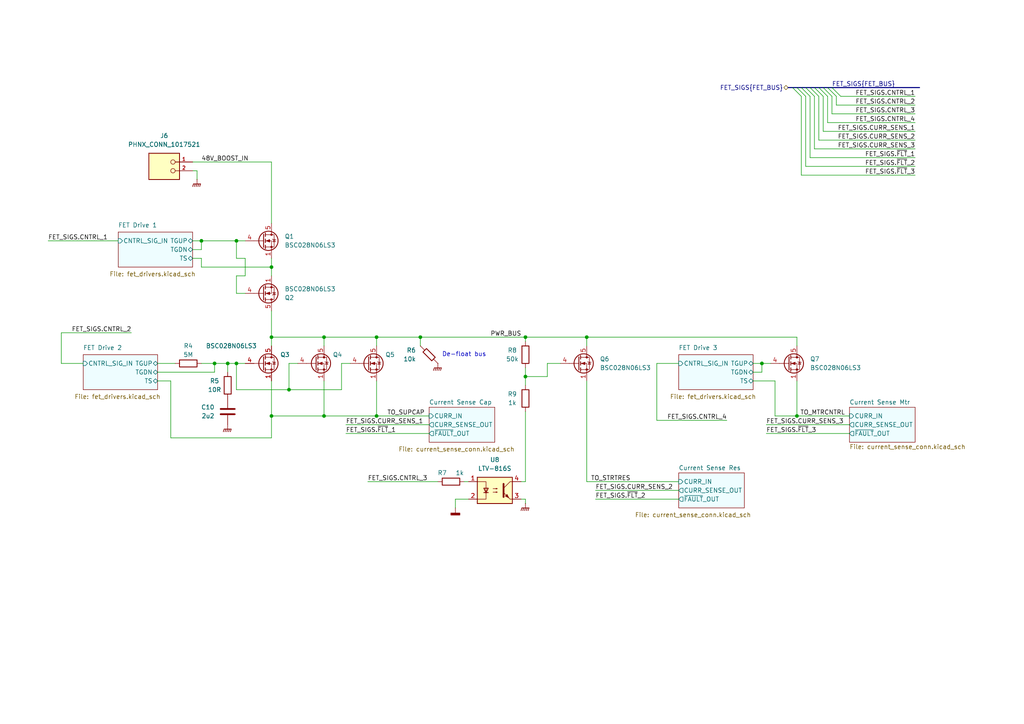
<source format=kicad_sch>
(kicad_sch
	(version 20231120)
	(generator "eeschema")
	(generator_version "8.0")
	(uuid "ead7378a-b61c-4cfa-b782-0a3b1b3fffd0")
	(paper "A4")
	(title_block
		(rev "V1")
		(company "EcoCar")
	)
	(lib_symbols
		(symbol "Device:C"
			(pin_numbers hide)
			(pin_names
				(offset 0.254)
			)
			(exclude_from_sim no)
			(in_bom yes)
			(on_board yes)
			(property "Reference" "C"
				(at 0.635 2.54 0)
				(effects
					(font
						(size 1.27 1.27)
					)
					(justify left)
				)
			)
			(property "Value" "C"
				(at 0.635 -2.54 0)
				(effects
					(font
						(size 1.27 1.27)
					)
					(justify left)
				)
			)
			(property "Footprint" ""
				(at 0.9652 -3.81 0)
				(effects
					(font
						(size 1.27 1.27)
					)
					(hide yes)
				)
			)
			(property "Datasheet" "~"
				(at 0 0 0)
				(effects
					(font
						(size 1.27 1.27)
					)
					(hide yes)
				)
			)
			(property "Description" "Unpolarized capacitor"
				(at 0 0 0)
				(effects
					(font
						(size 1.27 1.27)
					)
					(hide yes)
				)
			)
			(property "ki_keywords" "cap capacitor"
				(at 0 0 0)
				(effects
					(font
						(size 1.27 1.27)
					)
					(hide yes)
				)
			)
			(property "ki_fp_filters" "C_*"
				(at 0 0 0)
				(effects
					(font
						(size 1.27 1.27)
					)
					(hide yes)
				)
			)
			(symbol "C_0_1"
				(polyline
					(pts
						(xy -2.032 -0.762) (xy 2.032 -0.762)
					)
					(stroke
						(width 0.508)
						(type default)
					)
					(fill
						(type none)
					)
				)
				(polyline
					(pts
						(xy -2.032 0.762) (xy 2.032 0.762)
					)
					(stroke
						(width 0.508)
						(type default)
					)
					(fill
						(type none)
					)
				)
			)
			(symbol "C_1_1"
				(pin passive line
					(at 0 3.81 270)
					(length 2.794)
					(name "~"
						(effects
							(font
								(size 1.27 1.27)
							)
						)
					)
					(number "1"
						(effects
							(font
								(size 1.27 1.27)
							)
						)
					)
				)
				(pin passive line
					(at 0 -3.81 90)
					(length 2.794)
					(name "~"
						(effects
							(font
								(size 1.27 1.27)
							)
						)
					)
					(number "2"
						(effects
							(font
								(size 1.27 1.27)
							)
						)
					)
				)
			)
		)
		(symbol "Device:R"
			(pin_numbers hide)
			(pin_names
				(offset 0)
			)
			(exclude_from_sim no)
			(in_bom yes)
			(on_board yes)
			(property "Reference" "R"
				(at 2.032 0 90)
				(effects
					(font
						(size 1.27 1.27)
					)
				)
			)
			(property "Value" "R"
				(at 0 0 90)
				(effects
					(font
						(size 1.27 1.27)
					)
				)
			)
			(property "Footprint" ""
				(at -1.778 0 90)
				(effects
					(font
						(size 1.27 1.27)
					)
					(hide yes)
				)
			)
			(property "Datasheet" "~"
				(at 0 0 0)
				(effects
					(font
						(size 1.27 1.27)
					)
					(hide yes)
				)
			)
			(property "Description" "Resistor"
				(at 0 0 0)
				(effects
					(font
						(size 1.27 1.27)
					)
					(hide yes)
				)
			)
			(property "ki_keywords" "R res resistor"
				(at 0 0 0)
				(effects
					(font
						(size 1.27 1.27)
					)
					(hide yes)
				)
			)
			(property "ki_fp_filters" "R_*"
				(at 0 0 0)
				(effects
					(font
						(size 1.27 1.27)
					)
					(hide yes)
				)
			)
			(symbol "R_0_1"
				(rectangle
					(start -1.016 -2.54)
					(end 1.016 2.54)
					(stroke
						(width 0.254)
						(type default)
					)
					(fill
						(type none)
					)
				)
			)
			(symbol "R_1_1"
				(pin passive line
					(at 0 3.81 270)
					(length 1.27)
					(name "~"
						(effects
							(font
								(size 1.27 1.27)
							)
						)
					)
					(number "1"
						(effects
							(font
								(size 1.27 1.27)
							)
						)
					)
				)
				(pin passive line
					(at 0 -3.81 90)
					(length 1.27)
					(name "~"
						(effects
							(font
								(size 1.27 1.27)
							)
						)
					)
					(number "2"
						(effects
							(font
								(size 1.27 1.27)
							)
						)
					)
				)
			)
		)
		(symbol "Device:R_45deg"
			(pin_numbers hide)
			(pin_names
				(offset 0)
			)
			(exclude_from_sim no)
			(in_bom yes)
			(on_board yes)
			(property "Reference" "R"
				(at 5.08 2.54 0)
				(effects
					(font
						(size 1.27 1.27)
					)
				)
			)
			(property "Value" "R_45deg"
				(at 8.255 0.635 0)
				(effects
					(font
						(size 1.27 1.27)
					)
				)
			)
			(property "Footprint" ""
				(at 0 -1.778 0)
				(effects
					(font
						(size 1.27 1.27)
					)
					(hide yes)
				)
			)
			(property "Datasheet" "~"
				(at 0 0 0)
				(effects
					(font
						(size 1.27 1.27)
					)
					(hide yes)
				)
			)
			(property "Description" "Resistor, rotated by 45°"
				(at 0 0 0)
				(effects
					(font
						(size 1.27 1.27)
					)
					(hide yes)
				)
			)
			(property "ki_keywords" "R res resistor diagonal"
				(at 0 0 0)
				(effects
					(font
						(size 1.27 1.27)
					)
					(hide yes)
				)
			)
			(property "ki_fp_filters" "R_*"
				(at 0 0 0)
				(effects
					(font
						(size 1.27 1.27)
					)
					(hide yes)
				)
			)
			(symbol "R_45deg_0_1"
				(polyline
					(pts
						(xy -2.54 2.54) (xy -1.27 1.27)
					)
					(stroke
						(width 0)
						(type default)
					)
					(fill
						(type none)
					)
				)
				(polyline
					(pts
						(xy 1.27 -1.27) (xy 2.54 -2.54)
					)
					(stroke
						(width 0)
						(type default)
					)
					(fill
						(type none)
					)
				)
			)
			(symbol "R_45deg_1_1"
				(polyline
					(pts
						(xy -1.778 0.762) (xy 0.762 -1.778) (xy 1.778 -0.762) (xy -0.762 1.778) (xy -1.778 0.762)
					)
					(stroke
						(width 0.254)
						(type default)
					)
					(fill
						(type none)
					)
				)
				(pin passive line
					(at -2.54 2.54 0)
					(length 0)
					(name "~"
						(effects
							(font
								(size 1.27 1.27)
							)
						)
					)
					(number "1"
						(effects
							(font
								(size 1.27 1.27)
							)
						)
					)
				)
				(pin passive line
					(at 2.54 -2.54 180)
					(length 0)
					(name "~"
						(effects
							(font
								(size 1.27 1.27)
							)
						)
					)
					(number "2"
						(effects
							(font
								(size 1.27 1.27)
							)
						)
					)
				)
			)
		)
		(symbol "Transistor_FET:BSC028N06LS3"
			(pin_names hide)
			(exclude_from_sim no)
			(in_bom yes)
			(on_board yes)
			(property "Reference" "Q"
				(at 5.08 1.905 0)
				(effects
					(font
						(size 1.27 1.27)
					)
					(justify left)
				)
			)
			(property "Value" "BSC028N06LS3"
				(at 5.08 0 0)
				(effects
					(font
						(size 1.27 1.27)
					)
					(justify left)
				)
			)
			(property "Footprint" "Package_TO_SOT_SMD:TDSON-8-1"
				(at 5.08 -1.905 0)
				(effects
					(font
						(size 1.27 1.27)
						(italic yes)
					)
					(justify left)
					(hide yes)
				)
			)
			(property "Datasheet" "http://www.infineon.com/dgdl/Infineon-BSC028N06LS3-DS-v02_02-en.pdf?fileId=db3a30431ddc9372011ebafa4c607f8c"
				(at 5.08 -3.81 0)
				(effects
					(font
						(size 1.27 1.27)
					)
					(justify left)
					(hide yes)
				)
			)
			(property "Description" "100A Id, 60V Vds, OptiMOS N-Channel Power MOSFET, 2.8mOhm Ron, Qg (typ) 31.0nC, PG-TDSON-8"
				(at 0 0 0)
				(effects
					(font
						(size 1.27 1.27)
					)
					(hide yes)
				)
			)
			(property "ki_keywords" "OptiMOS Power MOSFET N-MOS"
				(at 0 0 0)
				(effects
					(font
						(size 1.27 1.27)
					)
					(hide yes)
				)
			)
			(property "ki_fp_filters" "TDSON*"
				(at 0 0 0)
				(effects
					(font
						(size 1.27 1.27)
					)
					(hide yes)
				)
			)
			(symbol "BSC028N06LS3_0_1"
				(polyline
					(pts
						(xy 0.254 0) (xy -2.54 0)
					)
					(stroke
						(width 0)
						(type default)
					)
					(fill
						(type none)
					)
				)
				(polyline
					(pts
						(xy 0.254 1.905) (xy 0.254 -1.905)
					)
					(stroke
						(width 0.254)
						(type default)
					)
					(fill
						(type none)
					)
				)
				(polyline
					(pts
						(xy 0.762 -1.27) (xy 0.762 -2.286)
					)
					(stroke
						(width 0.254)
						(type default)
					)
					(fill
						(type none)
					)
				)
				(polyline
					(pts
						(xy 0.762 0.508) (xy 0.762 -0.508)
					)
					(stroke
						(width 0.254)
						(type default)
					)
					(fill
						(type none)
					)
				)
				(polyline
					(pts
						(xy 0.762 2.286) (xy 0.762 1.27)
					)
					(stroke
						(width 0.254)
						(type default)
					)
					(fill
						(type none)
					)
				)
				(polyline
					(pts
						(xy 2.54 2.54) (xy 2.54 1.778)
					)
					(stroke
						(width 0)
						(type default)
					)
					(fill
						(type none)
					)
				)
				(polyline
					(pts
						(xy 2.54 -2.54) (xy 2.54 0) (xy 0.762 0)
					)
					(stroke
						(width 0)
						(type default)
					)
					(fill
						(type none)
					)
				)
				(polyline
					(pts
						(xy 0.762 -1.778) (xy 3.302 -1.778) (xy 3.302 1.778) (xy 0.762 1.778)
					)
					(stroke
						(width 0)
						(type default)
					)
					(fill
						(type none)
					)
				)
				(polyline
					(pts
						(xy 1.016 0) (xy 2.032 0.381) (xy 2.032 -0.381) (xy 1.016 0)
					)
					(stroke
						(width 0)
						(type default)
					)
					(fill
						(type outline)
					)
				)
				(polyline
					(pts
						(xy 2.794 0.508) (xy 2.921 0.381) (xy 3.683 0.381) (xy 3.81 0.254)
					)
					(stroke
						(width 0)
						(type default)
					)
					(fill
						(type none)
					)
				)
				(polyline
					(pts
						(xy 3.302 0.381) (xy 2.921 -0.254) (xy 3.683 -0.254) (xy 3.302 0.381)
					)
					(stroke
						(width 0)
						(type default)
					)
					(fill
						(type none)
					)
				)
				(circle
					(center 1.651 0)
					(radius 2.794)
					(stroke
						(width 0.254)
						(type default)
					)
					(fill
						(type none)
					)
				)
				(circle
					(center 2.54 -1.778)
					(radius 0.254)
					(stroke
						(width 0)
						(type default)
					)
					(fill
						(type outline)
					)
				)
				(circle
					(center 2.54 1.778)
					(radius 0.254)
					(stroke
						(width 0)
						(type default)
					)
					(fill
						(type outline)
					)
				)
			)
			(symbol "BSC028N06LS3_1_1"
				(pin passive line
					(at 2.54 -5.08 90)
					(length 2.54)
					(name "S"
						(effects
							(font
								(size 1.27 1.27)
							)
						)
					)
					(number "1"
						(effects
							(font
								(size 1.27 1.27)
							)
						)
					)
				)
				(pin passive line
					(at 2.54 -5.08 90)
					(length 2.54) hide
					(name "S"
						(effects
							(font
								(size 1.27 1.27)
							)
						)
					)
					(number "2"
						(effects
							(font
								(size 1.27 1.27)
							)
						)
					)
				)
				(pin passive line
					(at 2.54 -5.08 90)
					(length 2.54) hide
					(name "S"
						(effects
							(font
								(size 1.27 1.27)
							)
						)
					)
					(number "3"
						(effects
							(font
								(size 1.27 1.27)
							)
						)
					)
				)
				(pin passive line
					(at -5.08 0 0)
					(length 2.54)
					(name "G"
						(effects
							(font
								(size 1.27 1.27)
							)
						)
					)
					(number "4"
						(effects
							(font
								(size 1.27 1.27)
							)
						)
					)
				)
				(pin passive line
					(at 2.54 5.08 270)
					(length 2.54)
					(name "D"
						(effects
							(font
								(size 1.27 1.27)
							)
						)
					)
					(number "5"
						(effects
							(font
								(size 1.27 1.27)
							)
						)
					)
				)
			)
		)
		(symbol "ecocad_lib_symbols:LTV-816S"
			(pin_names
				(offset 1.016)
			)
			(exclude_from_sim no)
			(in_bom yes)
			(on_board yes)
			(property "Reference" "U"
				(at -3.81 5.08 0)
				(effects
					(font
						(size 1.27 1.27)
					)
				)
			)
			(property "Value" "LTV-816S"
				(at 0 -5.08 0)
				(effects
					(font
						(size 1.27 1.27)
					)
				)
			)
			(property "Footprint" "Package_DIP:SMDIP-4_W9.53mm"
				(at 0 -7.62 0)
				(effects
					(font
						(size 1.27 1.27)
					)
					(hide yes)
				)
			)
			(property "Datasheet" "https://mm.digikey.com/Volume0/opasdata/d220001/medias/docus/967/LTV-816_826_846.pdf"
				(at -8.89 7.62 0)
				(effects
					(font
						(size 1.27 1.27)
					)
					(hide yes)
				)
			)
			(property "Description" "DC Optocoupler, Vce 80V, CTR 50%, SMDIP-4"
				(at 0 0 0)
				(effects
					(font
						(size 1.27 1.27)
					)
					(hide yes)
				)
			)
			(property "ki_keywords" "NPN DC Optocoupler"
				(at 0 0 0)
				(effects
					(font
						(size 1.27 1.27)
					)
					(hide yes)
				)
			)
			(property "ki_fp_filters" "SMDIP*W9.53mm*"
				(at 0 0 0)
				(effects
					(font
						(size 1.27 1.27)
					)
					(hide yes)
				)
			)
			(symbol "LTV-816S_1_1"
				(rectangle
					(start -5.08 3.81)
					(end 5.08 -3.81)
					(stroke
						(width 0.254)
						(type default)
					)
					(fill
						(type background)
					)
				)
				(polyline
					(pts
						(xy -3.175 -0.635) (xy -1.905 -0.635)
					)
					(stroke
						(width 0.254)
						(type default)
					)
					(fill
						(type none)
					)
				)
				(polyline
					(pts
						(xy 2.54 0.635) (xy 4.445 2.54)
					)
					(stroke
						(width 0)
						(type default)
					)
					(fill
						(type none)
					)
				)
				(polyline
					(pts
						(xy 4.445 -2.54) (xy 2.54 -0.635)
					)
					(stroke
						(width 0)
						(type default)
					)
					(fill
						(type outline)
					)
				)
				(polyline
					(pts
						(xy 4.445 -2.54) (xy 5.08 -2.54)
					)
					(stroke
						(width 0)
						(type default)
					)
					(fill
						(type none)
					)
				)
				(polyline
					(pts
						(xy 4.445 2.54) (xy 5.08 2.54)
					)
					(stroke
						(width 0)
						(type default)
					)
					(fill
						(type none)
					)
				)
				(polyline
					(pts
						(xy -5.08 2.54) (xy -2.54 2.54) (xy -2.54 -0.762)
					)
					(stroke
						(width 0)
						(type default)
					)
					(fill
						(type none)
					)
				)
				(polyline
					(pts
						(xy -2.54 -0.635) (xy -2.54 -2.54) (xy -5.08 -2.54)
					)
					(stroke
						(width 0)
						(type default)
					)
					(fill
						(type none)
					)
				)
				(polyline
					(pts
						(xy 2.54 1.905) (xy 2.54 -1.905) (xy 2.54 -1.905)
					)
					(stroke
						(width 0.508)
						(type default)
					)
					(fill
						(type none)
					)
				)
				(polyline
					(pts
						(xy -2.54 -0.635) (xy -3.175 0.635) (xy -1.905 0.635) (xy -2.54 -0.635)
					)
					(stroke
						(width 0.254)
						(type default)
					)
					(fill
						(type none)
					)
				)
				(polyline
					(pts
						(xy -0.508 -0.508) (xy 0.762 -0.508) (xy 0.381 -0.635) (xy 0.381 -0.381) (xy 0.762 -0.508)
					)
					(stroke
						(width 0)
						(type default)
					)
					(fill
						(type none)
					)
				)
				(polyline
					(pts
						(xy -0.508 0.508) (xy 0.762 0.508) (xy 0.381 0.381) (xy 0.381 0.635) (xy 0.762 0.508)
					)
					(stroke
						(width 0)
						(type default)
					)
					(fill
						(type none)
					)
				)
				(polyline
					(pts
						(xy 3.048 -1.651) (xy 3.556 -1.143) (xy 4.064 -2.159) (xy 3.048 -1.651) (xy 3.048 -1.651)
					)
					(stroke
						(width 0)
						(type default)
					)
					(fill
						(type outline)
					)
				)
				(pin passive line
					(at -7.62 2.54 0)
					(length 2.54)
					(name "~"
						(effects
							(font
								(size 1.27 1.27)
							)
						)
					)
					(number "1"
						(effects
							(font
								(size 1.27 1.27)
							)
						)
					)
				)
				(pin passive line
					(at -7.62 -2.54 0)
					(length 2.54)
					(name "~"
						(effects
							(font
								(size 1.27 1.27)
							)
						)
					)
					(number "2"
						(effects
							(font
								(size 1.27 1.27)
							)
						)
					)
				)
				(pin passive line
					(at 7.62 -2.54 180)
					(length 2.54)
					(name "~"
						(effects
							(font
								(size 1.27 1.27)
							)
						)
					)
					(number "3"
						(effects
							(font
								(size 1.27 1.27)
							)
						)
					)
				)
				(pin passive line
					(at 7.62 2.54 180)
					(length 2.54)
					(name "~"
						(effects
							(font
								(size 1.27 1.27)
							)
						)
					)
					(number "4"
						(effects
							(font
								(size 1.27 1.27)
							)
						)
					)
				)
			)
		)
		(symbol "ecocad_lib_symbols:PHNX_CONN_1017521"
			(pin_names
				(offset 1.016)
			)
			(exclude_from_sim no)
			(in_bom yes)
			(on_board yes)
			(property "Reference" "J"
				(at -3.556 5.08 0)
				(effects
					(font
						(size 1.27 1.27)
					)
					(justify left bottom)
				)
			)
			(property "Value" "PHNX_CONN_1017521"
				(at -3.81 3.048 0)
				(effects
					(font
						(size 1.27 1.27)
					)
					(justify left bottom)
				)
			)
			(property "Footprint" "ecocad_lib_footprints:PHOENIX_1017521"
				(at -0.508 7.366 0)
				(effects
					(font
						(size 1.27 1.27)
					)
					(justify bottom)
					(hide yes)
				)
			)
			(property "Datasheet" ""
				(at 0 0 0)
				(effects
					(font
						(size 1.27 1.27)
					)
					(hide yes)
				)
			)
			(property "Description" ""
				(at 0 0 0)
				(effects
					(font
						(size 1.27 1.27)
					)
					(hide yes)
				)
			)
			(property "PARTREV" "04.01.2018"
				(at -0.762 7.62 0)
				(effects
					(font
						(size 1.27 1.27)
					)
					(justify bottom)
					(hide yes)
				)
			)
			(property "MANUFACTURER" "Phoenix Contact"
				(at -1.27 7.62 0)
				(effects
					(font
						(size 1.27 1.27)
					)
					(justify bottom)
					(hide yes)
				)
			)
			(property "MAXIMUM_PACKAGE_HEIGHT" "23.6mm"
				(at 0.508 7.366 0)
				(effects
					(font
						(size 1.27 1.27)
					)
					(justify bottom)
					(hide yes)
				)
			)
			(property "STANDARD" "Manufacturer Recommendations"
				(at -0.508 7.366 0)
				(effects
					(font
						(size 1.27 1.27)
					)
					(justify bottom)
					(hide yes)
				)
			)
			(symbol "PHNX_CONN_1017521_0_0"
				(rectangle
					(start -3.81 -5.08)
					(end 5.08 2.54)
					(stroke
						(width 0.254)
						(type default)
					)
					(fill
						(type background)
					)
				)
				(circle
					(center -1.905 -2.54)
					(radius 0.635)
					(stroke
						(width 0.1524)
						(type default)
					)
					(fill
						(type none)
					)
				)
				(circle
					(center -1.905 0)
					(radius 0.635)
					(stroke
						(width 0.1524)
						(type default)
					)
					(fill
						(type none)
					)
				)
			)
			(symbol "PHNX_CONN_1017521_1_0"
				(pin passive line
					(at -7.62 0 0)
					(length 5.08)
					(name ""
						(effects
							(font
								(size 1.016 1.016)
							)
						)
					)
					(number "1"
						(effects
							(font
								(size 1.016 1.016)
							)
						)
					)
				)
				(pin passive line
					(at -7.62 -2.54 0)
					(length 5.08)
					(name ""
						(effects
							(font
								(size 1.016 1.016)
							)
						)
					)
					(number "2"
						(effects
							(font
								(size 1.016 1.016)
							)
						)
					)
				)
			)
		)
		(symbol "power:GNDD"
			(power)
			(pin_numbers hide)
			(pin_names
				(offset 0) hide)
			(exclude_from_sim no)
			(in_bom yes)
			(on_board yes)
			(property "Reference" "#PWR"
				(at 0 -6.35 0)
				(effects
					(font
						(size 1.27 1.27)
					)
					(hide yes)
				)
			)
			(property "Value" "GNDD"
				(at 0 -3.175 0)
				(effects
					(font
						(size 1.27 1.27)
					)
				)
			)
			(property "Footprint" ""
				(at 0 0 0)
				(effects
					(font
						(size 1.27 1.27)
					)
					(hide yes)
				)
			)
			(property "Datasheet" ""
				(at 0 0 0)
				(effects
					(font
						(size 1.27 1.27)
					)
					(hide yes)
				)
			)
			(property "Description" "Power symbol creates a global label with name \"GNDD\" , digital ground"
				(at 0 0 0)
				(effects
					(font
						(size 1.27 1.27)
					)
					(hide yes)
				)
			)
			(property "ki_keywords" "global power"
				(at 0 0 0)
				(effects
					(font
						(size 1.27 1.27)
					)
					(hide yes)
				)
			)
			(symbol "GNDD_0_1"
				(rectangle
					(start -1.27 -1.524)
					(end 1.27 -2.032)
					(stroke
						(width 0.254)
						(type default)
					)
					(fill
						(type outline)
					)
				)
				(polyline
					(pts
						(xy 0 0) (xy 0 -1.524)
					)
					(stroke
						(width 0)
						(type default)
					)
					(fill
						(type none)
					)
				)
			)
			(symbol "GNDD_1_1"
				(pin power_in line
					(at 0 0 270)
					(length 0)
					(name "~"
						(effects
							(font
								(size 1.27 1.27)
							)
						)
					)
					(number "1"
						(effects
							(font
								(size 1.27 1.27)
							)
						)
					)
				)
			)
		)
		(symbol "power:GNDPWR"
			(power)
			(pin_numbers hide)
			(pin_names
				(offset 0) hide)
			(exclude_from_sim no)
			(in_bom yes)
			(on_board yes)
			(property "Reference" "#PWR"
				(at 0 -5.08 0)
				(effects
					(font
						(size 1.27 1.27)
					)
					(hide yes)
				)
			)
			(property "Value" "GNDPWR"
				(at 0 -3.302 0)
				(effects
					(font
						(size 1.27 1.27)
					)
				)
			)
			(property "Footprint" ""
				(at 0 -1.27 0)
				(effects
					(font
						(size 1.27 1.27)
					)
					(hide yes)
				)
			)
			(property "Datasheet" ""
				(at 0 -1.27 0)
				(effects
					(font
						(size 1.27 1.27)
					)
					(hide yes)
				)
			)
			(property "Description" "Power symbol creates a global label with name \"GNDPWR\" , global ground"
				(at 0 0 0)
				(effects
					(font
						(size 1.27 1.27)
					)
					(hide yes)
				)
			)
			(property "ki_keywords" "global ground"
				(at 0 0 0)
				(effects
					(font
						(size 1.27 1.27)
					)
					(hide yes)
				)
			)
			(symbol "GNDPWR_0_1"
				(polyline
					(pts
						(xy 0 -1.27) (xy 0 0)
					)
					(stroke
						(width 0)
						(type default)
					)
					(fill
						(type none)
					)
				)
				(polyline
					(pts
						(xy -1.016 -1.27) (xy -1.27 -2.032) (xy -1.27 -2.032)
					)
					(stroke
						(width 0.2032)
						(type default)
					)
					(fill
						(type none)
					)
				)
				(polyline
					(pts
						(xy -0.508 -1.27) (xy -0.762 -2.032) (xy -0.762 -2.032)
					)
					(stroke
						(width 0.2032)
						(type default)
					)
					(fill
						(type none)
					)
				)
				(polyline
					(pts
						(xy 0 -1.27) (xy -0.254 -2.032) (xy -0.254 -2.032)
					)
					(stroke
						(width 0.2032)
						(type default)
					)
					(fill
						(type none)
					)
				)
				(polyline
					(pts
						(xy 0.508 -1.27) (xy 0.254 -2.032) (xy 0.254 -2.032)
					)
					(stroke
						(width 0.2032)
						(type default)
					)
					(fill
						(type none)
					)
				)
				(polyline
					(pts
						(xy 1.016 -1.27) (xy -1.016 -1.27) (xy -1.016 -1.27)
					)
					(stroke
						(width 0.2032)
						(type default)
					)
					(fill
						(type none)
					)
				)
				(polyline
					(pts
						(xy 1.016 -1.27) (xy 0.762 -2.032) (xy 0.762 -2.032) (xy 0.762 -2.032)
					)
					(stroke
						(width 0.2032)
						(type default)
					)
					(fill
						(type none)
					)
				)
			)
			(symbol "GNDPWR_1_1"
				(pin power_in line
					(at 0 0 270)
					(length 0)
					(name "~"
						(effects
							(font
								(size 1.27 1.27)
							)
						)
					)
					(number "1"
						(effects
							(font
								(size 1.27 1.27)
							)
						)
					)
				)
			)
		)
	)
	(junction
		(at 109.22 120.65)
		(diameter 0)
		(color 0 0 0 0)
		(uuid "0037c685-702c-4923-b45e-3c4d52b6ad53")
	)
	(junction
		(at 152.4 97.79)
		(diameter 0)
		(color 0 0 0 0)
		(uuid "01f1a5e3-07ca-42d9-8e9a-47ddfa4fd35b")
	)
	(junction
		(at 152.4 109.22)
		(diameter 0)
		(color 0 0 0 0)
		(uuid "0db8a162-4ff3-475c-b45c-61a830704825")
	)
	(junction
		(at 93.98 97.79)
		(diameter 0)
		(color 0 0 0 0)
		(uuid "0eba3cc2-6b85-4df3-874a-b2615ab0d8aa")
	)
	(junction
		(at 78.74 97.79)
		(diameter 0)
		(color 0 0 0 0)
		(uuid "13bf198d-1ced-4b76-89cc-4f40a799c687")
	)
	(junction
		(at 93.98 120.65)
		(diameter 0)
		(color 0 0 0 0)
		(uuid "13e25460-5596-4529-81cd-d6ef19636b24")
	)
	(junction
		(at 231.14 120.65)
		(diameter 0)
		(color 0 0 0 0)
		(uuid "1a42e059-7d73-42c2-9433-7f2df6b63229")
	)
	(junction
		(at 78.74 77.47)
		(diameter 0)
		(color 0 0 0 0)
		(uuid "474292be-62be-49bb-a6c2-be828bdc62ed")
	)
	(junction
		(at 78.74 120.65)
		(diameter 0)
		(color 0 0 0 0)
		(uuid "51ca01a9-2bc7-40a1-8a4b-3c559201458f")
	)
	(junction
		(at 109.22 97.79)
		(diameter 0)
		(color 0 0 0 0)
		(uuid "51f8ce6a-efdc-4a5d-b68f-714b1fca0613")
	)
	(junction
		(at 121.92 97.79)
		(diameter 0)
		(color 0 0 0 0)
		(uuid "75dab0a9-1013-40cb-b7ea-bfe511600f23")
	)
	(junction
		(at 66.04 105.41)
		(diameter 0)
		(color 0 0 0 0)
		(uuid "7a03f943-d06d-44f1-907b-842f98fa152b")
	)
	(junction
		(at 83.82 113.03)
		(diameter 0)
		(color 0 0 0 0)
		(uuid "80df4cfb-d084-4c81-9d6b-dd8593e0b416")
	)
	(junction
		(at 220.98 105.41)
		(diameter 0)
		(color 0 0 0 0)
		(uuid "82fb1930-3b90-4cad-b86b-8ddb8f5cfe79")
	)
	(junction
		(at 68.58 105.41)
		(diameter 0)
		(color 0 0 0 0)
		(uuid "9f9cd8b0-a241-4f9b-a087-75071d02c9a8")
	)
	(junction
		(at 58.42 69.85)
		(diameter 0)
		(color 0 0 0 0)
		(uuid "a9774831-9948-4f95-ad13-9259aef127ce")
	)
	(junction
		(at 68.58 69.85)
		(diameter 0)
		(color 0 0 0 0)
		(uuid "b84c87c8-5597-4756-a97f-85252a1164ed")
	)
	(junction
		(at 62.23 105.41)
		(diameter 0)
		(color 0 0 0 0)
		(uuid "ce73884e-76ba-486d-87a2-566e1556b6e0")
	)
	(junction
		(at 170.18 97.79)
		(diameter 0)
		(color 0 0 0 0)
		(uuid "f253d63d-0109-447c-9b39-7bc69a5cd59c")
	)
	(bus_entry
		(at 240.03 25.4)
		(size 2.54 2.54)
		(stroke
			(width 0)
			(type default)
		)
		(uuid "17d5dd9f-f50e-4111-9ba4-f2b8bec8e215")
	)
	(bus_entry
		(at 232.41 25.4)
		(size 2.54 2.54)
		(stroke
			(width 0)
			(type default)
		)
		(uuid "348d8b40-3aa0-49f9-a7a9-06a2b9e43199")
	)
	(bus_entry
		(at 231.14 25.4)
		(size 2.54 2.54)
		(stroke
			(width 0)
			(type default)
		)
		(uuid "45c0e9e1-4d1d-4489-915f-17fb6fa70d22")
	)
	(bus_entry
		(at 237.49 25.4)
		(size 2.54 2.54)
		(stroke
			(width 0)
			(type default)
		)
		(uuid "5861153c-2f0e-437b-b6ff-50d4a0f366da")
	)
	(bus_entry
		(at 241.3 25.4)
		(size 2.54 2.54)
		(stroke
			(width 0)
			(type default)
		)
		(uuid "61cb86ad-701b-4a59-80c2-ca4313dc5c51")
	)
	(bus_entry
		(at 233.68 25.4)
		(size 2.54 2.54)
		(stroke
			(width 0)
			(type default)
		)
		(uuid "9f2c610b-fdec-4fe6-8a1e-aa993496c355")
	)
	(bus_entry
		(at 229.87 25.4)
		(size 2.54 2.54)
		(stroke
			(width 0)
			(type default)
		)
		(uuid "adaf2ffa-0c68-4a08-926a-bb5aa6a8f21c")
	)
	(bus_entry
		(at 234.95 25.4)
		(size 2.54 2.54)
		(stroke
			(width 0)
			(type default)
		)
		(uuid "afc9012a-e0a4-4c86-b85c-e36b1b5e3571")
	)
	(bus_entry
		(at 236.22 25.4)
		(size 2.54 2.54)
		(stroke
			(width 0)
			(type default)
		)
		(uuid "da3f9237-cdcf-4ade-8127-63614a61f8c0")
	)
	(bus_entry
		(at 238.76 25.4)
		(size 2.54 2.54)
		(stroke
			(width 0)
			(type default)
		)
		(uuid "fb05875b-a84f-4d26-988c-dd3c07ecd847")
	)
	(wire
		(pts
			(xy 55.88 46.99) (xy 78.74 46.99)
		)
		(stroke
			(width 0)
			(type default)
		)
		(uuid "00106388-59b6-434a-a4ac-30c40b3b3d74")
	)
	(wire
		(pts
			(xy 93.98 120.65) (xy 109.22 120.65)
		)
		(stroke
			(width 0)
			(type default)
		)
		(uuid "048e3192-489c-4c7d-b254-56313b3f5de3")
	)
	(wire
		(pts
			(xy 152.4 106.68) (xy 152.4 109.22)
		)
		(stroke
			(width 0)
			(type default)
		)
		(uuid "0567b518-e0ed-4a61-b320-4ce1e27c0b6c")
	)
	(wire
		(pts
			(xy 109.22 97.79) (xy 109.22 100.33)
		)
		(stroke
			(width 0)
			(type default)
		)
		(uuid "05f2e2f2-9781-4f84-aab5-3fd6050120cd")
	)
	(wire
		(pts
			(xy 71.12 85.09) (xy 68.58 85.09)
		)
		(stroke
			(width 0)
			(type default)
		)
		(uuid "08931951-4be2-48c1-a52b-1c9b03f7cf8e")
	)
	(wire
		(pts
			(xy 55.88 49.53) (xy 57.15 49.53)
		)
		(stroke
			(width 0)
			(type default)
		)
		(uuid "0ad97271-5607-4dd1-a847-23722e8eb503")
	)
	(wire
		(pts
			(xy 58.42 74.93) (xy 58.42 77.47)
		)
		(stroke
			(width 0)
			(type default)
		)
		(uuid "0cbfe992-3963-4ba9-a65d-4cedc782ee0b")
	)
	(wire
		(pts
			(xy 100.33 125.73) (xy 124.46 125.73)
		)
		(stroke
			(width 0)
			(type default)
		)
		(uuid "10a1b2b1-211a-4cd7-946c-31a60d5a4c1d")
	)
	(bus
		(pts
			(xy 241.3 25.4) (xy 266.7 25.4)
		)
		(stroke
			(width 0)
			(type default)
		)
		(uuid "11876491-065d-40d9-932b-e6da827d0d11")
	)
	(wire
		(pts
			(xy 132.08 144.78) (xy 132.08 147.32)
		)
		(stroke
			(width 0)
			(type default)
		)
		(uuid "131ec889-c47e-458e-8bce-8b5e294f8a62")
	)
	(wire
		(pts
			(xy 66.04 105.41) (xy 66.04 107.95)
		)
		(stroke
			(width 0)
			(type default)
		)
		(uuid "1444c761-041d-4ce0-9ea3-17f33c9a79fd")
	)
	(wire
		(pts
			(xy 237.49 40.64) (xy 265.43 40.64)
		)
		(stroke
			(width 0)
			(type default)
		)
		(uuid "16e7ea27-fb23-4b90-a55c-a190f765fc4a")
	)
	(wire
		(pts
			(xy 152.4 109.22) (xy 152.4 111.76)
		)
		(stroke
			(width 0)
			(type default)
		)
		(uuid "1a7960ad-b86b-4274-bc56-14ec08334495")
	)
	(wire
		(pts
			(xy 109.22 110.49) (xy 109.22 120.65)
		)
		(stroke
			(width 0)
			(type default)
		)
		(uuid "1c12934f-4669-4bac-bff2-3bd6454be0e7")
	)
	(bus
		(pts
			(xy 228.6 25.4) (xy 229.87 25.4)
		)
		(stroke
			(width 0)
			(type default)
		)
		(uuid "1cfa4b27-817d-4158-bf75-c7dc63b454ff")
	)
	(wire
		(pts
			(xy 13.97 69.85) (xy 34.29 69.85)
		)
		(stroke
			(width 0)
			(type default)
		)
		(uuid "1cfcbe40-3d33-4020-943c-08d94527adf2")
	)
	(bus
		(pts
			(xy 232.41 25.4) (xy 233.68 25.4)
		)
		(stroke
			(width 0)
			(type default)
		)
		(uuid "1d2ffcf6-8eec-4913-abf5-20db09de4b19")
	)
	(wire
		(pts
			(xy 83.82 105.41) (xy 83.82 113.03)
		)
		(stroke
			(width 0)
			(type default)
		)
		(uuid "1d7ec81f-e214-460c-ae3d-577d5f9c3312")
	)
	(wire
		(pts
			(xy 62.23 107.95) (xy 62.23 105.41)
		)
		(stroke
			(width 0)
			(type default)
		)
		(uuid "1dd4e164-9e96-45ee-873d-a5c6e6a1ebde")
	)
	(wire
		(pts
			(xy 241.3 33.02) (xy 265.43 33.02)
		)
		(stroke
			(width 0)
			(type default)
		)
		(uuid "1f3244b7-27e2-4676-af53-243b4e49e6f0")
	)
	(bus
		(pts
			(xy 238.76 25.4) (xy 240.03 25.4)
		)
		(stroke
			(width 0)
			(type default)
		)
		(uuid "271ea00c-1feb-489a-b51e-5c993b748fb9")
	)
	(wire
		(pts
			(xy 68.58 113.03) (xy 83.82 113.03)
		)
		(stroke
			(width 0)
			(type default)
		)
		(uuid "27872eb5-34f8-480d-82a3-4019bfcb39c8")
	)
	(wire
		(pts
			(xy 49.53 127) (xy 78.74 127)
		)
		(stroke
			(width 0)
			(type default)
		)
		(uuid "2cf21a8e-a797-4375-b8fd-67393739b35a")
	)
	(wire
		(pts
			(xy 242.57 30.48) (xy 265.43 30.48)
		)
		(stroke
			(width 0)
			(type default)
		)
		(uuid "2d13d8ac-90fd-4f6d-b3f9-1ced9c3d95f2")
	)
	(wire
		(pts
			(xy 93.98 110.49) (xy 93.98 120.65)
		)
		(stroke
			(width 0)
			(type default)
		)
		(uuid "2d8e8cbf-7b50-405c-a98d-72f47c210640")
	)
	(bus
		(pts
			(xy 240.03 25.4) (xy 241.3 25.4)
		)
		(stroke
			(width 0)
			(type default)
		)
		(uuid "2e139ab4-569d-437c-8d4b-5c244680518b")
	)
	(wire
		(pts
			(xy 152.4 97.79) (xy 152.4 99.06)
		)
		(stroke
			(width 0)
			(type default)
		)
		(uuid "2e26f57e-95f7-4124-b53b-741436a7c71e")
	)
	(wire
		(pts
			(xy 17.78 96.52) (xy 38.1 96.52)
		)
		(stroke
			(width 0)
			(type default)
		)
		(uuid "34b3465f-97ee-43a7-ac1f-95b99422e9d0")
	)
	(wire
		(pts
			(xy 17.78 105.41) (xy 17.78 96.52)
		)
		(stroke
			(width 0)
			(type default)
		)
		(uuid "350311ef-7211-4358-beb2-80db691c7bf3")
	)
	(wire
		(pts
			(xy 68.58 105.41) (xy 71.12 105.41)
		)
		(stroke
			(width 0)
			(type default)
		)
		(uuid "3dc3b107-4b2f-431e-aad0-4debcfe6dd42")
	)
	(wire
		(pts
			(xy 172.72 144.78) (xy 196.85 144.78)
		)
		(stroke
			(width 0)
			(type default)
		)
		(uuid "3f67bc41-ee09-4be1-ad53-60c8c9d19414")
	)
	(wire
		(pts
			(xy 49.53 110.49) (xy 49.53 127)
		)
		(stroke
			(width 0)
			(type default)
		)
		(uuid "4241a57e-937d-46e4-ad07-c2e18dcd269c")
	)
	(wire
		(pts
			(xy 232.41 50.8) (xy 265.43 50.8)
		)
		(stroke
			(width 0)
			(type default)
		)
		(uuid "456006d9-8166-4605-9402-3c4103c50b7b")
	)
	(wire
		(pts
			(xy 121.92 97.79) (xy 152.4 97.79)
		)
		(stroke
			(width 0)
			(type default)
		)
		(uuid "459a533e-c486-4db8-8d28-69f1ee175268")
	)
	(wire
		(pts
			(xy 78.74 46.99) (xy 78.74 64.77)
		)
		(stroke
			(width 0)
			(type default)
		)
		(uuid "4768011d-08d4-47cf-8369-8822c103ccb9")
	)
	(wire
		(pts
			(xy 45.72 107.95) (xy 62.23 107.95)
		)
		(stroke
			(width 0)
			(type default)
		)
		(uuid "4cc45b52-e01f-4a03-83d6-11ee7fb83dff")
	)
	(wire
		(pts
			(xy 106.68 139.7) (xy 127 139.7)
		)
		(stroke
			(width 0)
			(type default)
		)
		(uuid "4d0c0f9c-0998-4f12-b409-7910045c356d")
	)
	(wire
		(pts
			(xy 78.74 97.79) (xy 93.98 97.79)
		)
		(stroke
			(width 0)
			(type default)
		)
		(uuid "4fd2b61d-4da0-4dbc-864f-ae78254b517e")
	)
	(wire
		(pts
			(xy 218.44 105.41) (xy 220.98 105.41)
		)
		(stroke
			(width 0)
			(type default)
		)
		(uuid "5285dd79-86df-4c6b-b516-786019b043bc")
	)
	(wire
		(pts
			(xy 71.12 74.93) (xy 68.58 74.93)
		)
		(stroke
			(width 0)
			(type default)
		)
		(uuid "52b90f2e-6718-4155-9567-cb793930a8fd")
	)
	(wire
		(pts
			(xy 231.14 110.49) (xy 231.14 120.65)
		)
		(stroke
			(width 0)
			(type default)
		)
		(uuid "5b45602d-a434-44be-8102-7e008c4223a2")
	)
	(wire
		(pts
			(xy 190.5 105.41) (xy 190.5 121.92)
		)
		(stroke
			(width 0)
			(type default)
		)
		(uuid "5bea4282-f7f0-4cf3-ae03-9776e596a8a1")
	)
	(wire
		(pts
			(xy 238.76 27.94) (xy 238.76 38.1)
		)
		(stroke
			(width 0)
			(type default)
		)
		(uuid "5ddd893a-7a2a-41f5-962b-3b212159aff5")
	)
	(wire
		(pts
			(xy 152.4 144.78) (xy 151.13 144.78)
		)
		(stroke
			(width 0)
			(type default)
		)
		(uuid "654c9b03-bd83-4723-9857-734e22ce0b3a")
	)
	(wire
		(pts
			(xy 55.88 69.85) (xy 58.42 69.85)
		)
		(stroke
			(width 0)
			(type default)
		)
		(uuid "66c43dfc-ebd4-401c-8714-1ad8ecf621f7")
	)
	(wire
		(pts
			(xy 152.4 139.7) (xy 151.13 139.7)
		)
		(stroke
			(width 0)
			(type default)
		)
		(uuid "670f2fd0-ac37-4aa5-a047-ee43f50571d4")
	)
	(wire
		(pts
			(xy 24.13 105.41) (xy 17.78 105.41)
		)
		(stroke
			(width 0)
			(type default)
		)
		(uuid "6987e8e5-494f-4a68-b431-9ad27c65f401")
	)
	(wire
		(pts
			(xy 55.88 74.93) (xy 58.42 74.93)
		)
		(stroke
			(width 0)
			(type default)
		)
		(uuid "6b9c722b-c45f-4b93-9ee5-ec5de19f6729")
	)
	(wire
		(pts
			(xy 55.88 72.39) (xy 58.42 72.39)
		)
		(stroke
			(width 0)
			(type default)
		)
		(uuid "6bbd227a-ed3a-4ca1-9fa5-9fc9826f7bfa")
	)
	(wire
		(pts
			(xy 236.22 43.18) (xy 265.43 43.18)
		)
		(stroke
			(width 0)
			(type default)
		)
		(uuid "6c44d0db-55a1-4ee3-9cfa-bae5f4c6e7e9")
	)
	(wire
		(pts
			(xy 222.25 123.19) (xy 246.38 123.19)
		)
		(stroke
			(width 0)
			(type default)
		)
		(uuid "6c4a9c47-d404-4b9d-a7a0-e3ee64bd3f8a")
	)
	(bus
		(pts
			(xy 236.22 25.4) (xy 237.49 25.4)
		)
		(stroke
			(width 0)
			(type default)
		)
		(uuid "6cd11d0f-167a-42e3-a59c-203705a8bb0d")
	)
	(wire
		(pts
			(xy 121.92 97.79) (xy 121.92 100.33)
		)
		(stroke
			(width 0)
			(type default)
		)
		(uuid "6d69a8e6-be83-4fc5-b241-ab0ce249b472")
	)
	(wire
		(pts
			(xy 233.68 48.26) (xy 265.43 48.26)
		)
		(stroke
			(width 0)
			(type default)
		)
		(uuid "6eecd8a1-7655-4d3a-a1ab-c5a033070886")
	)
	(wire
		(pts
			(xy 190.5 121.92) (xy 210.82 121.92)
		)
		(stroke
			(width 0)
			(type default)
		)
		(uuid "737aec63-e467-4db9-9879-7b3bd6199723")
	)
	(wire
		(pts
			(xy 231.14 120.65) (xy 246.38 120.65)
		)
		(stroke
			(width 0)
			(type default)
		)
		(uuid "73f388e9-ba24-4dee-ad08-1d88d86fa882")
	)
	(wire
		(pts
			(xy 100.33 123.19) (xy 124.46 123.19)
		)
		(stroke
			(width 0)
			(type default)
		)
		(uuid "75b60dbd-99f6-4f6b-b5c8-845d94470b44")
	)
	(wire
		(pts
			(xy 68.58 105.41) (xy 68.58 113.03)
		)
		(stroke
			(width 0)
			(type default)
		)
		(uuid "786588c8-a984-44af-973f-0922f15f523d")
	)
	(wire
		(pts
			(xy 170.18 97.79) (xy 170.18 100.33)
		)
		(stroke
			(width 0)
			(type default)
		)
		(uuid "7950b9bb-72b5-43ea-998c-51f5393a6eaf")
	)
	(wire
		(pts
			(xy 109.22 97.79) (xy 121.92 97.79)
		)
		(stroke
			(width 0)
			(type default)
		)
		(uuid "7baefa5b-1619-467e-bac1-0f327bb275fc")
	)
	(wire
		(pts
			(xy 135.89 144.78) (xy 132.08 144.78)
		)
		(stroke
			(width 0)
			(type default)
		)
		(uuid "8109606e-8076-4b70-be56-b896a739f11e")
	)
	(wire
		(pts
			(xy 172.72 142.24) (xy 196.85 142.24)
		)
		(stroke
			(width 0)
			(type default)
		)
		(uuid "82fd7f02-272a-4d0b-9755-64f8b4515c2f")
	)
	(wire
		(pts
			(xy 234.95 27.94) (xy 234.95 45.72)
		)
		(stroke
			(width 0)
			(type default)
		)
		(uuid "8448cdc6-5588-4bc1-b7d8-9b0f190f428e")
	)
	(bus
		(pts
			(xy 229.87 25.4) (xy 231.14 25.4)
		)
		(stroke
			(width 0)
			(type default)
		)
		(uuid "859cc777-889e-462b-ba0b-ebcb82a6b5d8")
	)
	(wire
		(pts
			(xy 224.79 120.65) (xy 231.14 120.65)
		)
		(stroke
			(width 0)
			(type default)
		)
		(uuid "86ae6c3c-e728-4dc3-9753-a44c7660f5cf")
	)
	(wire
		(pts
			(xy 78.74 74.93) (xy 78.74 77.47)
		)
		(stroke
			(width 0)
			(type default)
		)
		(uuid "88def6c9-0db4-4a59-8685-02b42a0f609d")
	)
	(wire
		(pts
			(xy 68.58 69.85) (xy 71.12 69.85)
		)
		(stroke
			(width 0)
			(type default)
		)
		(uuid "89b3fcca-6f27-4ece-8502-4f71e6335fcc")
	)
	(wire
		(pts
			(xy 240.03 27.94) (xy 240.03 35.56)
		)
		(stroke
			(width 0)
			(type default)
		)
		(uuid "89d8e983-0f36-427e-b287-fc2e6b7d850a")
	)
	(wire
		(pts
			(xy 158.75 105.41) (xy 158.75 109.22)
		)
		(stroke
			(width 0)
			(type default)
		)
		(uuid "8a932090-3dec-484b-92be-4266a1eb9cad")
	)
	(wire
		(pts
			(xy 196.85 105.41) (xy 190.5 105.41)
		)
		(stroke
			(width 0)
			(type default)
		)
		(uuid "8b337493-9e19-4cb7-8fc2-2727155ac293")
	)
	(wire
		(pts
			(xy 134.62 139.7) (xy 135.89 139.7)
		)
		(stroke
			(width 0)
			(type default)
		)
		(uuid "8b6ae307-c5eb-4365-ab13-381ece994c4d")
	)
	(wire
		(pts
			(xy 78.74 97.79) (xy 78.74 100.33)
		)
		(stroke
			(width 0)
			(type default)
		)
		(uuid "8fd0bc0f-fb17-474d-83ac-238706d75f58")
	)
	(bus
		(pts
			(xy 234.95 25.4) (xy 233.68 25.4)
		)
		(stroke
			(width 0)
			(type default)
		)
		(uuid "914951d1-56b2-4d1b-8e3b-fbc8899f998c")
	)
	(wire
		(pts
			(xy 224.79 110.49) (xy 224.79 120.65)
		)
		(stroke
			(width 0)
			(type default)
		)
		(uuid "9200134a-da8c-4be6-9f80-9730975ccbfb")
	)
	(wire
		(pts
			(xy 238.76 38.1) (xy 265.43 38.1)
		)
		(stroke
			(width 0)
			(type default)
		)
		(uuid "9a85f2c9-1ae1-4b1b-8425-07aed1ed4299")
	)
	(wire
		(pts
			(xy 68.58 85.09) (xy 68.58 80.01)
		)
		(stroke
			(width 0)
			(type default)
		)
		(uuid "9b62e7ec-acf6-4654-94af-f37ab5fdbf93")
	)
	(wire
		(pts
			(xy 45.72 105.41) (xy 50.8 105.41)
		)
		(stroke
			(width 0)
			(type default)
		)
		(uuid "9c5a7105-c432-4682-b78f-df6b9dc6b168")
	)
	(wire
		(pts
			(xy 78.74 120.65) (xy 93.98 120.65)
		)
		(stroke
			(width 0)
			(type default)
		)
		(uuid "9cbff32b-7788-4e66-9743-3966bd1bd26c")
	)
	(wire
		(pts
			(xy 58.42 105.41) (xy 62.23 105.41)
		)
		(stroke
			(width 0)
			(type default)
		)
		(uuid "9d80a674-6fba-497c-b61a-02c4e4a30130")
	)
	(wire
		(pts
			(xy 243.84 27.94) (xy 265.43 27.94)
		)
		(stroke
			(width 0)
			(type default)
		)
		(uuid "9e0cd707-80e2-40f0-babf-3ca6e9a952e5")
	)
	(wire
		(pts
			(xy 158.75 109.22) (xy 152.4 109.22)
		)
		(stroke
			(width 0)
			(type default)
		)
		(uuid "9edb706f-609a-44b4-a5fc-6e49ddc5d089")
	)
	(wire
		(pts
			(xy 240.03 35.56) (xy 265.43 35.56)
		)
		(stroke
			(width 0)
			(type default)
		)
		(uuid "a2b7d9be-ef68-449b-9fcf-4241f7ae45fb")
	)
	(wire
		(pts
			(xy 45.72 110.49) (xy 49.53 110.49)
		)
		(stroke
			(width 0)
			(type default)
		)
		(uuid "a5c7db12-37b0-4960-b71e-ba6f344e99af")
	)
	(wire
		(pts
			(xy 237.49 27.94) (xy 237.49 40.64)
		)
		(stroke
			(width 0)
			(type default)
		)
		(uuid "a7eec46a-816f-4077-b279-2cef90225098")
	)
	(wire
		(pts
			(xy 78.74 77.47) (xy 78.74 80.01)
		)
		(stroke
			(width 0)
			(type default)
		)
		(uuid "abd5bb8c-034a-4f6d-b11c-d73c3f5639b1")
	)
	(wire
		(pts
			(xy 170.18 139.7) (xy 196.85 139.7)
		)
		(stroke
			(width 0)
			(type default)
		)
		(uuid "acc5def1-1708-4a3b-b96b-31f4c1b90df7")
	)
	(wire
		(pts
			(xy 62.23 105.41) (xy 66.04 105.41)
		)
		(stroke
			(width 0)
			(type default)
		)
		(uuid "b0a561ac-b507-442f-8a20-e944bbbfafdf")
	)
	(wire
		(pts
			(xy 93.98 97.79) (xy 109.22 97.79)
		)
		(stroke
			(width 0)
			(type default)
		)
		(uuid "b1225caf-f5e8-4334-bc21-391b927ece4b")
	)
	(wire
		(pts
			(xy 220.98 105.41) (xy 220.98 107.95)
		)
		(stroke
			(width 0)
			(type default)
		)
		(uuid "b39d5672-0287-4c86-afbf-895b9e8ab0ea")
	)
	(wire
		(pts
			(xy 78.74 110.49) (xy 78.74 120.65)
		)
		(stroke
			(width 0)
			(type default)
		)
		(uuid "b5d4ed9b-1e39-409d-9e6a-49cab4e42e3d")
	)
	(wire
		(pts
			(xy 66.04 105.41) (xy 68.58 105.41)
		)
		(stroke
			(width 0)
			(type default)
		)
		(uuid "b8dd99ef-2eb4-4340-829e-b6d2bda8ea98")
	)
	(wire
		(pts
			(xy 170.18 97.79) (xy 231.14 97.79)
		)
		(stroke
			(width 0)
			(type default)
		)
		(uuid "b983b57c-b613-48af-b922-2c4f873fbe20")
	)
	(wire
		(pts
			(xy 78.74 127) (xy 78.74 120.65)
		)
		(stroke
			(width 0)
			(type default)
		)
		(uuid "ba12c254-a03e-40e8-9ce9-80b1eb059425")
	)
	(bus
		(pts
			(xy 234.95 25.4) (xy 236.22 25.4)
		)
		(stroke
			(width 0)
			(type default)
		)
		(uuid "ba72cf9e-cafe-400e-9405-d170f301c290")
	)
	(wire
		(pts
			(xy 152.4 144.78) (xy 152.4 146.05)
		)
		(stroke
			(width 0)
			(type default)
		)
		(uuid "bb3c9135-306a-4efa-874c-677de47ef2a7")
	)
	(wire
		(pts
			(xy 58.42 69.85) (xy 68.58 69.85)
		)
		(stroke
			(width 0)
			(type default)
		)
		(uuid "bc879697-c6ce-480a-9535-b8f6666b6367")
	)
	(wire
		(pts
			(xy 71.12 80.01) (xy 71.12 74.93)
		)
		(stroke
			(width 0)
			(type default)
		)
		(uuid "be715601-995f-4e59-b1dd-06fa979b4b40")
	)
	(wire
		(pts
			(xy 57.15 49.53) (xy 57.15 52.07)
		)
		(stroke
			(width 0)
			(type default)
		)
		(uuid "c1d2132c-c2a5-4ecd-9c20-435de28287bb")
	)
	(wire
		(pts
			(xy 233.68 27.94) (xy 233.68 48.26)
		)
		(stroke
			(width 0)
			(type default)
		)
		(uuid "c1e4d2bb-4fd2-47a9-838e-dcabe3c39723")
	)
	(wire
		(pts
			(xy 83.82 105.41) (xy 86.36 105.41)
		)
		(stroke
			(width 0)
			(type default)
		)
		(uuid "c353e1b2-6fcd-449c-9df0-52313e92a289")
	)
	(wire
		(pts
			(xy 109.22 120.65) (xy 124.46 120.65)
		)
		(stroke
			(width 0)
			(type default)
		)
		(uuid "c7b3381b-1974-442b-902f-c0901ae508f6")
	)
	(wire
		(pts
			(xy 218.44 110.49) (xy 224.79 110.49)
		)
		(stroke
			(width 0)
			(type default)
		)
		(uuid "c9f17663-ae88-43a9-a077-5ac2afc87e49")
	)
	(wire
		(pts
			(xy 236.22 27.94) (xy 236.22 43.18)
		)
		(stroke
			(width 0)
			(type default)
		)
		(uuid "ca16c14a-e632-4c2e-a6b9-ce9c235c002f")
	)
	(wire
		(pts
			(xy 58.42 77.47) (xy 78.74 77.47)
		)
		(stroke
			(width 0)
			(type default)
		)
		(uuid "ca446816-b839-469a-8a11-2b105e7ae72a")
	)
	(bus
		(pts
			(xy 231.14 25.4) (xy 232.41 25.4)
		)
		(stroke
			(width 0)
			(type default)
		)
		(uuid "cd9d767b-9258-4539-8531-31e90a293904")
	)
	(wire
		(pts
			(xy 68.58 80.01) (xy 71.12 80.01)
		)
		(stroke
			(width 0)
			(type default)
		)
		(uuid "ceb68398-cf79-4ff2-a9bf-f7e3dde36960")
	)
	(wire
		(pts
			(xy 242.57 27.94) (xy 242.57 30.48)
		)
		(stroke
			(width 0)
			(type default)
		)
		(uuid "d4aa4a5e-572c-480f-adbe-ee5c51353218")
	)
	(wire
		(pts
			(xy 152.4 97.79) (xy 170.18 97.79)
		)
		(stroke
			(width 0)
			(type default)
		)
		(uuid "d61ce13d-ada1-474d-a771-88c515d36f7f")
	)
	(wire
		(pts
			(xy 234.95 45.72) (xy 265.43 45.72)
		)
		(stroke
			(width 0)
			(type default)
		)
		(uuid "d62b54fd-7832-4e83-876b-18753f2a1b9b")
	)
	(wire
		(pts
			(xy 58.42 69.85) (xy 58.42 72.39)
		)
		(stroke
			(width 0)
			(type default)
		)
		(uuid "d793f650-c9f2-45f9-b0ed-5dedf2a65132")
	)
	(wire
		(pts
			(xy 99.06 105.41) (xy 101.6 105.41)
		)
		(stroke
			(width 0)
			(type default)
		)
		(uuid "dea59416-3725-4564-94be-8de25c60cea6")
	)
	(wire
		(pts
			(xy 83.82 113.03) (xy 99.06 113.03)
		)
		(stroke
			(width 0)
			(type default)
		)
		(uuid "e109404a-44fb-4b90-8668-fba3c1e50396")
	)
	(wire
		(pts
			(xy 68.58 69.85) (xy 68.58 74.93)
		)
		(stroke
			(width 0)
			(type default)
		)
		(uuid "e63e16f6-acd9-453e-be66-e0f71a4409aa")
	)
	(wire
		(pts
			(xy 241.3 27.94) (xy 241.3 33.02)
		)
		(stroke
			(width 0)
			(type default)
		)
		(uuid "e762322e-eeea-404c-bc8d-e711e6548b32")
	)
	(wire
		(pts
			(xy 232.41 27.94) (xy 232.41 50.8)
		)
		(stroke
			(width 0)
			(type default)
		)
		(uuid "e8627194-e62d-41d4-8679-a26c3fc954d1")
	)
	(wire
		(pts
			(xy 78.74 90.17) (xy 78.74 97.79)
		)
		(stroke
			(width 0)
			(type default)
		)
		(uuid "ea88d776-98ef-4937-ae4b-c982eea1ae65")
	)
	(wire
		(pts
			(xy 170.18 110.49) (xy 170.18 139.7)
		)
		(stroke
			(width 0)
			(type default)
		)
		(uuid "ea8d3876-2f1c-426d-aac7-006ef7a36189")
	)
	(wire
		(pts
			(xy 220.98 105.41) (xy 223.52 105.41)
		)
		(stroke
			(width 0)
			(type default)
		)
		(uuid "eb313610-a0f0-4bc5-b396-fdcde296bd48")
	)
	(wire
		(pts
			(xy 99.06 105.41) (xy 99.06 113.03)
		)
		(stroke
			(width 0)
			(type default)
		)
		(uuid "eb82bcbc-0215-4b85-8f2e-f47d31068177")
	)
	(bus
		(pts
			(xy 237.49 25.4) (xy 238.76 25.4)
		)
		(stroke
			(width 0)
			(type default)
		)
		(uuid "ee475779-07d1-4b12-bdfd-b0e67947ddfe")
	)
	(wire
		(pts
			(xy 218.44 107.95) (xy 220.98 107.95)
		)
		(stroke
			(width 0)
			(type default)
		)
		(uuid "f2d6e725-40a8-4e4f-9bc6-eb4aee39f9ea")
	)
	(wire
		(pts
			(xy 162.56 105.41) (xy 158.75 105.41)
		)
		(stroke
			(width 0)
			(type default)
		)
		(uuid "f446abd2-b2dd-42e9-880b-56275ea58164")
	)
	(wire
		(pts
			(xy 222.25 125.73) (xy 246.38 125.73)
		)
		(stroke
			(width 0)
			(type default)
		)
		(uuid "f4c53d28-ff1a-4f99-99b7-fe368358ac92")
	)
	(wire
		(pts
			(xy 93.98 97.79) (xy 93.98 100.33)
		)
		(stroke
			(width 0)
			(type default)
		)
		(uuid "fd94b0bb-22ee-47b1-a585-cc214c155254")
	)
	(wire
		(pts
			(xy 152.4 119.38) (xy 152.4 139.7)
		)
		(stroke
			(width 0)
			(type default)
		)
		(uuid "ff0e25a9-4895-4f72-96c1-7016592ac866")
	)
	(wire
		(pts
			(xy 231.14 97.79) (xy 231.14 100.33)
		)
		(stroke
			(width 0)
			(type default)
		)
		(uuid "ff6645bb-155d-44d3-946b-197eac459308")
	)
	(text "De-float bus"
		(exclude_from_sim no)
		(at 134.62 102.87 0)
		(effects
			(font
				(size 1.27 1.27)
			)
		)
		(uuid "e33e8a10-b87b-45d3-a74a-1e36edcbc749")
	)
	(label "FET_SIGS.CNTRL_1"
		(at 265.43 27.94 180)
		(fields_autoplaced yes)
		(effects
			(font
				(size 1.27 1.27)
			)
			(justify right bottom)
		)
		(uuid "0583fe25-48da-4e9f-95f1-d23e9fde79d8")
	)
	(label "FET_SIGS.CURR_SENS_1"
		(at 265.43 38.1 180)
		(fields_autoplaced yes)
		(effects
			(font
				(size 1.27 1.27)
			)
			(justify right bottom)
		)
		(uuid "1ba93701-194c-4478-badd-4c5ed390ca0e")
	)
	(label "FET_SIGS.CNTRL_2"
		(at 38.1 96.52 180)
		(fields_autoplaced yes)
		(effects
			(font
				(size 1.27 1.27)
			)
			(justify right bottom)
		)
		(uuid "2e2ddb37-2194-437c-9084-3e53e2d1669c")
	)
	(label "FET_SIGS.CNTRL_2"
		(at 265.43 30.48 180)
		(fields_autoplaced yes)
		(effects
			(font
				(size 1.27 1.27)
			)
			(justify right bottom)
		)
		(uuid "2f1c7804-ef09-43b8-90ab-3ca9a4f68b35")
	)
	(label "FET_SIGS.~{FLT}_1"
		(at 100.33 125.73 0)
		(fields_autoplaced yes)
		(effects
			(font
				(size 1.27 1.27)
			)
			(justify left bottom)
		)
		(uuid "346999d5-22c3-4abb-9702-bffc45aeef4d")
	)
	(label "FET_SIGS.CNTRL_1"
		(at 13.97 69.85 0)
		(fields_autoplaced yes)
		(effects
			(font
				(size 1.27 1.27)
			)
			(justify left bottom)
		)
		(uuid "35caba51-654f-4dc9-af8d-6c1ae98bb258")
	)
	(label "FET_SIGS.CURR_SENS_3"
		(at 265.43 43.18 180)
		(fields_autoplaced yes)
		(effects
			(font
				(size 1.27 1.27)
			)
			(justify right bottom)
		)
		(uuid "39188ae5-e063-4446-9407-dd0d96f21d18")
	)
	(label "FET_SIGS.CNTRL_3"
		(at 265.43 33.02 180)
		(fields_autoplaced yes)
		(effects
			(font
				(size 1.27 1.27)
			)
			(justify right bottom)
		)
		(uuid "3f3cd963-ef51-4ea1-bc74-d9b294a5cbf7")
	)
	(label "FET_SIGS.~{FLT}_3"
		(at 222.25 125.73 0)
		(fields_autoplaced yes)
		(effects
			(font
				(size 1.27 1.27)
			)
			(justify left bottom)
		)
		(uuid "49db5ea0-23ba-44b0-819d-86c869d83d87")
	)
	(label "FET_SIGS.~{FLT}_2"
		(at 265.43 48.26 180)
		(fields_autoplaced yes)
		(effects
			(font
				(size 1.27 1.27)
			)
			(justify right bottom)
		)
		(uuid "4ba57df0-697c-4c14-b5be-a516a54bffac")
	)
	(label "FET_SIGS.CNTRL_4"
		(at 265.43 35.56 180)
		(fields_autoplaced yes)
		(effects
			(font
				(size 1.27 1.27)
			)
			(justify right bottom)
		)
		(uuid "502bae6f-8aa3-4510-a21e-3fd25c843abe")
	)
	(label "FET_SIGS.~{FLT}_1"
		(at 265.43 45.72 180)
		(fields_autoplaced yes)
		(effects
			(font
				(size 1.27 1.27)
			)
			(justify right bottom)
		)
		(uuid "6583a335-6add-4334-87f2-a65f23b622d5")
	)
	(label "FET_SIGS.CURR_SENS_1"
		(at 100.33 123.19 0)
		(fields_autoplaced yes)
		(effects
			(font
				(size 1.27 1.27)
			)
			(justify left bottom)
		)
		(uuid "71ef6efd-42ba-42f5-acdc-a609fa53fa93")
	)
	(label "FET_SIGS.CURR_SENS_2"
		(at 265.43 40.64 180)
		(fields_autoplaced yes)
		(effects
			(font
				(size 1.27 1.27)
			)
			(justify right bottom)
		)
		(uuid "7b28e12a-b4ec-4145-b634-cdc34e67dafd")
	)
	(label "TO_SUPCAP"
		(at 123.19 120.65 180)
		(fields_autoplaced yes)
		(effects
			(font
				(size 1.27 1.27)
			)
			(justify right bottom)
		)
		(uuid "863148bc-0501-4397-a813-036ea27117c8")
	)
	(label "PWR_BUS"
		(at 142.24 97.79 0)
		(fields_autoplaced yes)
		(effects
			(font
				(size 1.27 1.27)
			)
			(justify left bottom)
		)
		(uuid "8b5332c5-ce5c-4965-a6cc-2e8eea301b77")
	)
	(label "FET_SIGS.CURR_SENS_3"
		(at 222.25 123.19 0)
		(fields_autoplaced yes)
		(effects
			(font
				(size 1.27 1.27)
			)
			(justify left bottom)
		)
		(uuid "8bcff8ad-6c11-445b-bd7e-30a0a2c33273")
	)
	(label "TO_STRTRES"
		(at 182.88 139.7 180)
		(fields_autoplaced yes)
		(effects
			(font
				(size 1.27 1.27)
			)
			(justify right bottom)
		)
		(uuid "9a953172-1fac-4029-b663-877a2ba180d3")
	)
	(label "TO_MTRCNTRL"
		(at 245.11 120.65 180)
		(fields_autoplaced yes)
		(effects
			(font
				(size 1.27 1.27)
			)
			(justify right bottom)
		)
		(uuid "a91ea8ec-6ae4-415a-8573-d199f4afde86")
	)
	(label "48V_BOOST_IN"
		(at 58.42 46.99 0)
		(fields_autoplaced yes)
		(effects
			(font
				(size 1.27 1.27)
			)
			(justify left bottom)
		)
		(uuid "ad238b83-926e-4620-bddb-78b2a04ad512")
	)
	(label "FET_SIGS.CURR_SENS_2"
		(at 172.72 142.24 0)
		(fields_autoplaced yes)
		(effects
			(font
				(size 1.27 1.27)
			)
			(justify left bottom)
		)
		(uuid "c8cfe644-0d65-46d6-92a5-131529b9e4e4")
	)
	(label "FET_SIGS{FET_BUS}"
		(at 241.3 25.4 0)
		(fields_autoplaced yes)
		(effects
			(font
				(size 1.27 1.27)
			)
			(justify left bottom)
		)
		(uuid "cbc0d424-38d3-4ca6-8319-c0c81940dfda")
	)
	(label "FET_SIGS.CNTRL_4"
		(at 210.82 121.92 180)
		(fields_autoplaced yes)
		(effects
			(font
				(size 1.27 1.27)
			)
			(justify right bottom)
		)
		(uuid "cc572ecb-520d-4381-acec-b45a22d1f57f")
	)
	(label "FET_SIGS.CNTRL_3"
		(at 106.68 139.7 0)
		(fields_autoplaced yes)
		(effects
			(font
				(size 1.27 1.27)
			)
			(justify left bottom)
		)
		(uuid "ccf70cc1-ceaf-4075-bb54-16b2d1e620ba")
	)
	(label "FET_SIGS.~{FLT}_3"
		(at 265.43 50.8 180)
		(fields_autoplaced yes)
		(effects
			(font
				(size 1.27 1.27)
			)
			(justify right bottom)
		)
		(uuid "e795dcc4-9bdb-42e1-be38-a37d09aff2dd")
	)
	(label "FET_SIGS.~{FLT}_2"
		(at 172.72 144.78 0)
		(fields_autoplaced yes)
		(effects
			(font
				(size 1.27 1.27)
			)
			(justify left bottom)
		)
		(uuid "f7fc5071-bbc7-4880-bc4b-2e729e6134f0")
	)
	(hierarchical_label "FET_SIGS{FET_BUS}"
		(shape bidirectional)
		(at 228.6 25.4 180)
		(fields_autoplaced yes)
		(effects
			(font
				(size 1.27 1.27)
			)
			(justify right)
		)
		(uuid "6ebb9c61-e8b9-4235-97c6-a87ff1cc9e9d")
	)
	(symbol
		(lib_id "power:GNDD")
		(at 132.08 147.32 0)
		(unit 1)
		(exclude_from_sim no)
		(in_bom yes)
		(on_board yes)
		(dnp no)
		(fields_autoplaced yes)
		(uuid "119b15bc-20ba-440b-a810-d05e06ec00c4")
		(property "Reference" "#PWR030"
			(at 132.08 153.67 0)
			(effects
				(font
					(size 1.27 1.27)
				)
				(hide yes)
			)
		)
		(property "Value" "GNDD"
			(at 132.08 151.13 0)
			(effects
				(font
					(size 1.27 1.27)
				)
				(hide yes)
			)
		)
		(property "Footprint" ""
			(at 132.08 147.32 0)
			(effects
				(font
					(size 1.27 1.27)
				)
				(hide yes)
			)
		)
		(property "Datasheet" ""
			(at 132.08 147.32 0)
			(effects
				(font
					(size 1.27 1.27)
				)
				(hide yes)
			)
		)
		(property "Description" "Power symbol creates a global label with name \"GNDD\" , digital ground"
			(at 132.08 147.32 0)
			(effects
				(font
					(size 1.27 1.27)
				)
				(hide yes)
			)
		)
		(pin "1"
			(uuid "1101285b-0e30-4ef2-aa35-71cce6cdf9a7")
		)
		(instances
			(project "FET-Board-V1"
				(path "/49eeaae5-d819-4258-b051-773c4f6ae51f/24f9d253-4b9f-418b-b468-45d5562a11d1/74edaff7-7954-48fa-8ccc-cd9b5dd4e765"
					(reference "#PWR030")
					(unit 1)
				)
			)
		)
	)
	(symbol
		(lib_id "Device:C")
		(at 66.04 119.38 0)
		(unit 1)
		(exclude_from_sim no)
		(in_bom yes)
		(on_board yes)
		(dnp no)
		(uuid "168eb141-8a0d-411c-b4e4-21c208576b3c")
		(property "Reference" "C10"
			(at 62.23 118.1099 0)
			(effects
				(font
					(size 1.27 1.27)
				)
				(justify right)
			)
		)
		(property "Value" "2u2"
			(at 62.23 120.6499 0)
			(effects
				(font
					(size 1.27 1.27)
				)
				(justify right)
			)
		)
		(property "Footprint" ""
			(at 67.0052 123.19 0)
			(effects
				(font
					(size 1.27 1.27)
				)
				(hide yes)
			)
		)
		(property "Datasheet" "~"
			(at 66.04 119.38 0)
			(effects
				(font
					(size 1.27 1.27)
				)
				(hide yes)
			)
		)
		(property "Description" "Unpolarized capacitor"
			(at 66.04 119.38 0)
			(effects
				(font
					(size 1.27 1.27)
				)
				(hide yes)
			)
		)
		(pin "1"
			(uuid "59762641-ba8c-4889-9d2e-2d1ff88b5719")
		)
		(pin "2"
			(uuid "8ad5a70c-68c2-476d-9e5f-fdca7c8c3722")
		)
		(instances
			(project "FET-Board-V1"
				(path "/49eeaae5-d819-4258-b051-773c4f6ae51f/24f9d253-4b9f-418b-b468-45d5562a11d1/74edaff7-7954-48fa-8ccc-cd9b5dd4e765"
					(reference "C10")
					(unit 1)
				)
			)
		)
	)
	(symbol
		(lib_id "power:GNDPWR")
		(at 66.04 123.19 0)
		(unit 1)
		(exclude_from_sim no)
		(in_bom yes)
		(on_board yes)
		(dnp no)
		(fields_autoplaced yes)
		(uuid "222beea2-371d-4494-90ff-a5390618f3e3")
		(property "Reference" "#PWR028"
			(at 66.04 128.27 0)
			(effects
				(font
					(size 1.27 1.27)
				)
				(hide yes)
			)
		)
		(property "Value" "GNDPWR"
			(at 65.9131 127 90)
			(effects
				(font
					(size 1.27 1.27)
				)
				(justify right)
				(hide yes)
			)
		)
		(property "Footprint" ""
			(at 66.04 124.46 0)
			(effects
				(font
					(size 1.27 1.27)
				)
				(hide yes)
			)
		)
		(property "Datasheet" ""
			(at 66.04 124.46 0)
			(effects
				(font
					(size 1.27 1.27)
				)
				(hide yes)
			)
		)
		(property "Description" "Power symbol creates a global label with name \"GNDPWR\" , global ground"
			(at 66.04 123.19 0)
			(effects
				(font
					(size 1.27 1.27)
				)
				(hide yes)
			)
		)
		(pin "1"
			(uuid "e50eca01-3e23-498b-ab95-cadbee959aeb")
		)
		(instances
			(project "FET-Board-V1"
				(path "/49eeaae5-d819-4258-b051-773c4f6ae51f/24f9d253-4b9f-418b-b468-45d5562a11d1/74edaff7-7954-48fa-8ccc-cd9b5dd4e765"
					(reference "#PWR028")
					(unit 1)
				)
			)
		)
	)
	(symbol
		(lib_id "Transistor_FET:BSC028N06LS3")
		(at 228.6 105.41 0)
		(unit 1)
		(exclude_from_sim no)
		(in_bom yes)
		(on_board yes)
		(dnp no)
		(fields_autoplaced yes)
		(uuid "36ad2d5a-1ab3-4558-bfc3-22bf2060d222")
		(property "Reference" "Q7"
			(at 234.95 104.1399 0)
			(effects
				(font
					(size 1.27 1.27)
				)
				(justify left)
			)
		)
		(property "Value" "BSC028N06LS3"
			(at 234.95 106.6799 0)
			(effects
				(font
					(size 1.27 1.27)
				)
				(justify left)
			)
		)
		(property "Footprint" "Package_TO_SOT_SMD:TDSON-8-1"
			(at 233.68 107.315 0)
			(effects
				(font
					(size 1.27 1.27)
					(italic yes)
				)
				(justify left)
				(hide yes)
			)
		)
		(property "Datasheet" "http://www.infineon.com/dgdl/Infineon-BSC028N06LS3-DS-v02_02-en.pdf?fileId=db3a30431ddc9372011ebafa4c607f8c"
			(at 233.68 109.22 0)
			(effects
				(font
					(size 1.27 1.27)
				)
				(justify left)
				(hide yes)
			)
		)
		(property "Description" "100A Id, 60V Vds, OptiMOS N-Channel Power MOSFET, 2.8mOhm Ron, Qg (typ) 31.0nC, PG-TDSON-8"
			(at 228.6 105.41 0)
			(effects
				(font
					(size 1.27 1.27)
				)
				(hide yes)
			)
		)
		(pin "2"
			(uuid "589934e0-c617-426c-aedf-4fd05b9003ae")
		)
		(pin "1"
			(uuid "0cb0514d-c315-4165-b808-da6c0733b9ae")
		)
		(pin "5"
			(uuid "14e1e39e-35d2-4e05-b430-ba5364158191")
		)
		(pin "4"
			(uuid "dee826bb-a410-43c5-9426-72196c8f071c")
		)
		(pin "3"
			(uuid "2a7dff20-e0e9-4326-883a-de07afd5b65b")
		)
		(instances
			(project "FET-Board-V1"
				(path "/49eeaae5-d819-4258-b051-773c4f6ae51f/24f9d253-4b9f-418b-b468-45d5562a11d1/74edaff7-7954-48fa-8ccc-cd9b5dd4e765"
					(reference "Q7")
					(unit 1)
				)
			)
		)
	)
	(symbol
		(lib_id "Transistor_FET:BSC028N06LS3")
		(at 167.64 105.41 0)
		(unit 1)
		(exclude_from_sim no)
		(in_bom yes)
		(on_board yes)
		(dnp no)
		(fields_autoplaced yes)
		(uuid "536946c2-f0c8-434f-9f4a-eff8dc1f98e9")
		(property "Reference" "Q6"
			(at 173.99 104.1399 0)
			(effects
				(font
					(size 1.27 1.27)
				)
				(justify left)
			)
		)
		(property "Value" "BSC028N06LS3"
			(at 173.99 106.6799 0)
			(effects
				(font
					(size 1.27 1.27)
				)
				(justify left)
			)
		)
		(property "Footprint" "Package_TO_SOT_SMD:TDSON-8-1"
			(at 172.72 107.315 0)
			(effects
				(font
					(size 1.27 1.27)
					(italic yes)
				)
				(justify left)
				(hide yes)
			)
		)
		(property "Datasheet" "http://www.infineon.com/dgdl/Infineon-BSC028N06LS3-DS-v02_02-en.pdf?fileId=db3a30431ddc9372011ebafa4c607f8c"
			(at 172.72 109.22 0)
			(effects
				(font
					(size 1.27 1.27)
				)
				(justify left)
				(hide yes)
			)
		)
		(property "Description" "100A Id, 60V Vds, OptiMOS N-Channel Power MOSFET, 2.8mOhm Ron, Qg (typ) 31.0nC, PG-TDSON-8"
			(at 167.64 105.41 0)
			(effects
				(font
					(size 1.27 1.27)
				)
				(hide yes)
			)
		)
		(pin "2"
			(uuid "6d055fc6-2c82-44c3-a32b-5f8030cd6822")
		)
		(pin "1"
			(uuid "ccc4decc-b61d-4165-acd9-ba1e1aa1ad38")
		)
		(pin "5"
			(uuid "fcd4460e-dfa3-472f-b6a5-cad0d5885037")
		)
		(pin "4"
			(uuid "665d7f5c-82da-4ae7-b93d-31b61e1c179d")
		)
		(pin "3"
			(uuid "43785659-2140-47ca-9d3e-a88073601e20")
		)
		(instances
			(project "FET-Board-V1"
				(path "/49eeaae5-d819-4258-b051-773c4f6ae51f/24f9d253-4b9f-418b-b468-45d5562a11d1/74edaff7-7954-48fa-8ccc-cd9b5dd4e765"
					(reference "Q6")
					(unit 1)
				)
			)
		)
	)
	(symbol
		(lib_id "ecocad_lib_symbols:LTV-816S")
		(at 143.51 142.24 0)
		(unit 1)
		(exclude_from_sim no)
		(in_bom yes)
		(on_board yes)
		(dnp no)
		(fields_autoplaced yes)
		(uuid "55051b31-508f-4083-a2a6-446931e64150")
		(property "Reference" "U8"
			(at 143.51 133.35 0)
			(effects
				(font
					(size 1.27 1.27)
				)
			)
		)
		(property "Value" "LTV-816S"
			(at 143.51 135.89 0)
			(effects
				(font
					(size 1.27 1.27)
				)
			)
		)
		(property "Footprint" "Package_DIP:SMDIP-4_W9.53mm"
			(at 143.51 149.86 0)
			(effects
				(font
					(size 1.27 1.27)
				)
				(hide yes)
			)
		)
		(property "Datasheet" "https://mm.digikey.com/Volume0/opasdata/d220001/medias/docus/967/LTV-816_826_846.pdf"
			(at 134.62 134.62 0)
			(effects
				(font
					(size 1.27 1.27)
				)
				(hide yes)
			)
		)
		(property "Description" "DC Optocoupler, Vce 80V, CTR 50%, SMDIP-4"
			(at 143.51 142.24 0)
			(effects
				(font
					(size 1.27 1.27)
				)
				(hide yes)
			)
		)
		(pin "2"
			(uuid "7430f098-88b8-4a74-b9df-2e4885a974bd")
		)
		(pin "3"
			(uuid "a041fe0f-4052-461a-8401-c25bc752f42f")
		)
		(pin "1"
			(uuid "24d3eeb8-7f80-4be4-a186-36822b757df7")
		)
		(pin "4"
			(uuid "bda616bd-c6a2-434f-9b8f-df13c6f2ce6b")
		)
		(instances
			(project "FET-Board-V1"
				(path "/49eeaae5-d819-4258-b051-773c4f6ae51f/24f9d253-4b9f-418b-b468-45d5562a11d1/74edaff7-7954-48fa-8ccc-cd9b5dd4e765"
					(reference "U8")
					(unit 1)
				)
			)
		)
	)
	(symbol
		(lib_id "Device:R")
		(at 130.81 139.7 90)
		(mirror x)
		(unit 1)
		(exclude_from_sim no)
		(in_bom yes)
		(on_board yes)
		(dnp no)
		(uuid "60e39f08-1362-4895-8f63-d1c0c34e794a")
		(property "Reference" "R7"
			(at 128.27 137.16 90)
			(effects
				(font
					(size 1.27 1.27)
				)
			)
		)
		(property "Value" "1k"
			(at 133.35 137.16 90)
			(effects
				(font
					(size 1.27 1.27)
				)
			)
		)
		(property "Footprint" ""
			(at 130.81 137.922 90)
			(effects
				(font
					(size 1.27 1.27)
				)
				(hide yes)
			)
		)
		(property "Datasheet" "~"
			(at 130.81 139.7 0)
			(effects
				(font
					(size 1.27 1.27)
				)
				(hide yes)
			)
		)
		(property "Description" "Resistor"
			(at 130.81 139.7 0)
			(effects
				(font
					(size 1.27 1.27)
				)
				(hide yes)
			)
		)
		(pin "2"
			(uuid "ae8ef11d-4f8b-4f6f-9364-5f22ad2f2d69")
		)
		(pin "1"
			(uuid "4a28fb53-4ab3-4e5f-83b2-7e230f66b450")
		)
		(instances
			(project "FET-Board-V1"
				(path "/49eeaae5-d819-4258-b051-773c4f6ae51f/24f9d253-4b9f-418b-b468-45d5562a11d1/74edaff7-7954-48fa-8ccc-cd9b5dd4e765"
					(reference "R7")
					(unit 1)
				)
			)
		)
	)
	(symbol
		(lib_id "Transistor_FET:BSC028N06LS3")
		(at 76.2 105.41 0)
		(unit 1)
		(exclude_from_sim no)
		(in_bom yes)
		(on_board yes)
		(dnp no)
		(uuid "65bb8291-8e5a-4ea6-bdfe-3f9aa5776b9f")
		(property "Reference" "Q3"
			(at 81.28 102.87 0)
			(effects
				(font
					(size 1.27 1.27)
				)
				(justify left)
			)
		)
		(property "Value" "BSC028N06LS3"
			(at 59.69 100.33 0)
			(effects
				(font
					(size 1.27 1.27)
				)
				(justify left)
			)
		)
		(property "Footprint" "Package_TO_SOT_SMD:TDSON-8-1"
			(at 81.28 107.315 0)
			(effects
				(font
					(size 1.27 1.27)
					(italic yes)
				)
				(justify left)
				(hide yes)
			)
		)
		(property "Datasheet" "http://www.infineon.com/dgdl/Infineon-BSC028N06LS3-DS-v02_02-en.pdf?fileId=db3a30431ddc9372011ebafa4c607f8c"
			(at 81.28 109.22 0)
			(effects
				(font
					(size 1.27 1.27)
				)
				(justify left)
				(hide yes)
			)
		)
		(property "Description" "100A Id, 60V Vds, OptiMOS N-Channel Power MOSFET, 2.8mOhm Ron, Qg (typ) 31.0nC, PG-TDSON-8"
			(at 76.2 105.41 0)
			(effects
				(font
					(size 1.27 1.27)
				)
				(hide yes)
			)
		)
		(pin "2"
			(uuid "3995dd9b-e5cc-41a6-bb08-4a13e06f860e")
		)
		(pin "1"
			(uuid "fc11d88d-9468-48dc-b455-8ec6c5676e32")
		)
		(pin "5"
			(uuid "d79f9a6f-c0ad-479e-83d3-aa7038a23157")
		)
		(pin "4"
			(uuid "c79b1a5a-1aa9-41e1-8fd9-d53c1ea01753")
		)
		(pin "3"
			(uuid "9a5fa97d-f6e6-4257-bb54-ca828fc0fe31")
		)
		(instances
			(project "FET-Board-V1"
				(path "/49eeaae5-d819-4258-b051-773c4f6ae51f/24f9d253-4b9f-418b-b468-45d5562a11d1/74edaff7-7954-48fa-8ccc-cd9b5dd4e765"
					(reference "Q3")
					(unit 1)
				)
			)
		)
	)
	(symbol
		(lib_id "Device:R")
		(at 54.61 105.41 270)
		(unit 1)
		(exclude_from_sim no)
		(in_bom yes)
		(on_board yes)
		(dnp no)
		(uuid "6678c8a3-b25a-421f-a532-ecfa6f09578f")
		(property "Reference" "R4"
			(at 54.61 100.33 90)
			(effects
				(font
					(size 1.27 1.27)
				)
			)
		)
		(property "Value" "5M"
			(at 54.61 102.87 90)
			(effects
				(font
					(size 1.27 1.27)
				)
			)
		)
		(property "Footprint" ""
			(at 54.61 103.632 90)
			(effects
				(font
					(size 1.27 1.27)
				)
				(hide yes)
			)
		)
		(property "Datasheet" "~"
			(at 54.61 105.41 0)
			(effects
				(font
					(size 1.27 1.27)
				)
				(hide yes)
			)
		)
		(property "Description" "Resistor"
			(at 54.61 105.41 0)
			(effects
				(font
					(size 1.27 1.27)
				)
				(hide yes)
			)
		)
		(pin "2"
			(uuid "688b19e2-e308-4fe7-a2e7-df2ff8d795e1")
		)
		(pin "1"
			(uuid "1e5ccec5-9293-4d52-a7a2-6ceb7566d82c")
		)
		(instances
			(project "FET-Board-V1"
				(path "/49eeaae5-d819-4258-b051-773c4f6ae51f/24f9d253-4b9f-418b-b468-45d5562a11d1/74edaff7-7954-48fa-8ccc-cd9b5dd4e765"
					(reference "R4")
					(unit 1)
				)
			)
		)
	)
	(symbol
		(lib_id "Device:R")
		(at 152.4 115.57 0)
		(unit 1)
		(exclude_from_sim no)
		(in_bom yes)
		(on_board yes)
		(dnp no)
		(uuid "6b7454c4-6c35-4e23-95b6-cf8f3bf8bd4a")
		(property "Reference" "R9"
			(at 148.59 114.3 0)
			(effects
				(font
					(size 1.27 1.27)
				)
			)
		)
		(property "Value" "1k"
			(at 148.59 116.84 0)
			(effects
				(font
					(size 1.27 1.27)
				)
			)
		)
		(property "Footprint" ""
			(at 150.622 115.57 90)
			(effects
				(font
					(size 1.27 1.27)
				)
				(hide yes)
			)
		)
		(property "Datasheet" "~"
			(at 152.4 115.57 0)
			(effects
				(font
					(size 1.27 1.27)
				)
				(hide yes)
			)
		)
		(property "Description" "Resistor"
			(at 152.4 115.57 0)
			(effects
				(font
					(size 1.27 1.27)
				)
				(hide yes)
			)
		)
		(pin "2"
			(uuid "199ba81d-9856-4127-8828-fd938581671b")
		)
		(pin "1"
			(uuid "1c30c9a8-d771-4d28-8650-9add67a9ce75")
		)
		(instances
			(project "FET-Board-V1"
				(path "/49eeaae5-d819-4258-b051-773c4f6ae51f/24f9d253-4b9f-418b-b468-45d5562a11d1/74edaff7-7954-48fa-8ccc-cd9b5dd4e765"
					(reference "R9")
					(unit 1)
				)
			)
		)
	)
	(symbol
		(lib_id "Device:R")
		(at 152.4 102.87 0)
		(unit 1)
		(exclude_from_sim no)
		(in_bom yes)
		(on_board yes)
		(dnp no)
		(uuid "7acc99ed-87a2-467d-96a3-fe6ba836997a")
		(property "Reference" "R8"
			(at 148.59 101.6 0)
			(effects
				(font
					(size 1.27 1.27)
				)
			)
		)
		(property "Value" "50k"
			(at 148.59 104.14 0)
			(effects
				(font
					(size 1.27 1.27)
				)
			)
		)
		(property "Footprint" ""
			(at 150.622 102.87 90)
			(effects
				(font
					(size 1.27 1.27)
				)
				(hide yes)
			)
		)
		(property "Datasheet" "~"
			(at 152.4 102.87 0)
			(effects
				(font
					(size 1.27 1.27)
				)
				(hide yes)
			)
		)
		(property "Description" "Resistor"
			(at 152.4 102.87 0)
			(effects
				(font
					(size 1.27 1.27)
				)
				(hide yes)
			)
		)
		(pin "2"
			(uuid "57147c88-3be8-402f-9075-4783f2e2d408")
		)
		(pin "1"
			(uuid "ba9df666-baa9-4454-8f39-2b9816cc46a3")
		)
		(instances
			(project "FET-Board-V1"
				(path "/49eeaae5-d819-4258-b051-773c4f6ae51f/24f9d253-4b9f-418b-b468-45d5562a11d1/74edaff7-7954-48fa-8ccc-cd9b5dd4e765"
					(reference "R8")
					(unit 1)
				)
			)
		)
	)
	(symbol
		(lib_id "Device:R")
		(at 66.04 111.76 0)
		(unit 1)
		(exclude_from_sim no)
		(in_bom yes)
		(on_board yes)
		(dnp no)
		(uuid "915ff32c-5fc1-479e-9a8e-7f5751d42840")
		(property "Reference" "R5"
			(at 62.23 110.49 0)
			(effects
				(font
					(size 1.27 1.27)
				)
			)
		)
		(property "Value" "10R"
			(at 62.23 113.03 0)
			(effects
				(font
					(size 1.27 1.27)
				)
			)
		)
		(property "Footprint" ""
			(at 64.262 111.76 90)
			(effects
				(font
					(size 1.27 1.27)
				)
				(hide yes)
			)
		)
		(property "Datasheet" "~"
			(at 66.04 111.76 0)
			(effects
				(font
					(size 1.27 1.27)
				)
				(hide yes)
			)
		)
		(property "Description" "Resistor"
			(at 66.04 111.76 0)
			(effects
				(font
					(size 1.27 1.27)
				)
				(hide yes)
			)
		)
		(pin "2"
			(uuid "fb80974d-bf29-427f-a196-793ef31f90bd")
		)
		(pin "1"
			(uuid "5e918dc5-ec84-40d4-951c-156a3080ce11")
		)
		(instances
			(project "FET-Board-V1"
				(path "/49eeaae5-d819-4258-b051-773c4f6ae51f/24f9d253-4b9f-418b-b468-45d5562a11d1/74edaff7-7954-48fa-8ccc-cd9b5dd4e765"
					(reference "R5")
					(unit 1)
				)
			)
		)
	)
	(symbol
		(lib_id "Transistor_FET:BSC028N06LS3")
		(at 91.44 105.41 0)
		(unit 1)
		(exclude_from_sim no)
		(in_bom yes)
		(on_board yes)
		(dnp no)
		(uuid "949b7d5f-1747-4b68-a139-9f326bcdf116")
		(property "Reference" "Q4"
			(at 96.52 102.87 0)
			(effects
				(font
					(size 1.27 1.27)
				)
				(justify left)
			)
		)
		(property "Value" "BSC028N06LS3"
			(at 97.79 106.6799 0)
			(effects
				(font
					(size 1.27 1.27)
				)
				(justify left)
				(hide yes)
			)
		)
		(property "Footprint" "Package_TO_SOT_SMD:TDSON-8-1"
			(at 96.52 107.315 0)
			(effects
				(font
					(size 1.27 1.27)
					(italic yes)
				)
				(justify left)
				(hide yes)
			)
		)
		(property "Datasheet" "http://www.infineon.com/dgdl/Infineon-BSC028N06LS3-DS-v02_02-en.pdf?fileId=db3a30431ddc9372011ebafa4c607f8c"
			(at 96.52 109.22 0)
			(effects
				(font
					(size 1.27 1.27)
				)
				(justify left)
				(hide yes)
			)
		)
		(property "Description" "100A Id, 60V Vds, OptiMOS N-Channel Power MOSFET, 2.8mOhm Ron, Qg (typ) 31.0nC, PG-TDSON-8"
			(at 91.44 105.41 0)
			(effects
				(font
					(size 1.27 1.27)
				)
				(hide yes)
			)
		)
		(pin "2"
			(uuid "3d4a7d75-8c2d-430a-a0d8-f4e85f4e7ac3")
		)
		(pin "1"
			(uuid "bff125ac-8e28-41b5-bcd8-97684aa9cc04")
		)
		(pin "5"
			(uuid "496a50de-29bf-433c-b870-78d62ff36f7f")
		)
		(pin "4"
			(uuid "bb2d793f-61db-4b26-aefe-4b790b41fa52")
		)
		(pin "3"
			(uuid "10f8d2ee-a209-448e-8efd-c2452d5d4342")
		)
		(instances
			(project "FET-Board-V1"
				(path "/49eeaae5-d819-4258-b051-773c4f6ae51f/24f9d253-4b9f-418b-b468-45d5562a11d1/74edaff7-7954-48fa-8ccc-cd9b5dd4e765"
					(reference "Q4")
					(unit 1)
				)
			)
		)
	)
	(symbol
		(lib_id "Transistor_FET:BSC028N06LS3")
		(at 76.2 85.09 0)
		(mirror x)
		(unit 1)
		(exclude_from_sim no)
		(in_bom yes)
		(on_board yes)
		(dnp no)
		(uuid "ab295cb5-4af8-4f05-82d8-45af960ba392")
		(property "Reference" "Q2"
			(at 82.55 86.3601 0)
			(effects
				(font
					(size 1.27 1.27)
				)
				(justify left)
			)
		)
		(property "Value" "BSC028N06LS3"
			(at 82.55 83.8201 0)
			(effects
				(font
					(size 1.27 1.27)
				)
				(justify left)
			)
		)
		(property "Footprint" "Package_TO_SOT_SMD:TDSON-8-1"
			(at 81.28 83.185 0)
			(effects
				(font
					(size 1.27 1.27)
					(italic yes)
				)
				(justify left)
				(hide yes)
			)
		)
		(property "Datasheet" "http://www.infineon.com/dgdl/Infineon-BSC028N06LS3-DS-v02_02-en.pdf?fileId=db3a30431ddc9372011ebafa4c607f8c"
			(at 81.28 81.28 0)
			(effects
				(font
					(size 1.27 1.27)
				)
				(justify left)
				(hide yes)
			)
		)
		(property "Description" "100A Id, 60V Vds, OptiMOS N-Channel Power MOSFET, 2.8mOhm Ron, Qg (typ) 31.0nC, PG-TDSON-8"
			(at 76.2 85.09 0)
			(effects
				(font
					(size 1.27 1.27)
				)
				(hide yes)
			)
		)
		(pin "2"
			(uuid "e39e4c14-52ae-436d-94a2-1ac2c9aee5bd")
		)
		(pin "1"
			(uuid "54d5a330-c13d-4d81-9aec-0ad1f018e292")
		)
		(pin "5"
			(uuid "cc95c289-04fd-4c2b-848e-20a65caa9736")
		)
		(pin "4"
			(uuid "7a227c40-b881-44c0-81fa-b49a9adf5c42")
		)
		(pin "3"
			(uuid "d912e68a-6f81-4a76-86c1-f7a738e77562")
		)
		(instances
			(project "FET-Board-V1"
				(path "/49eeaae5-d819-4258-b051-773c4f6ae51f/24f9d253-4b9f-418b-b468-45d5562a11d1/74edaff7-7954-48fa-8ccc-cd9b5dd4e765"
					(reference "Q2")
					(unit 1)
				)
			)
		)
	)
	(symbol
		(lib_id "power:GNDPWR")
		(at 152.4 146.05 0)
		(unit 1)
		(exclude_from_sim no)
		(in_bom yes)
		(on_board yes)
		(dnp no)
		(fields_autoplaced yes)
		(uuid "ac8b2e0d-0ed5-4371-8c29-3f916cd3f6f3")
		(property "Reference" "#PWR031"
			(at 152.4 151.13 0)
			(effects
				(font
					(size 1.27 1.27)
				)
				(hide yes)
			)
		)
		(property "Value" "GNDPWR"
			(at 152.2731 149.86 90)
			(effects
				(font
					(size 1.27 1.27)
				)
				(justify right)
				(hide yes)
			)
		)
		(property "Footprint" ""
			(at 152.4 147.32 0)
			(effects
				(font
					(size 1.27 1.27)
				)
				(hide yes)
			)
		)
		(property "Datasheet" ""
			(at 152.4 147.32 0)
			(effects
				(font
					(size 1.27 1.27)
				)
				(hide yes)
			)
		)
		(property "Description" "Power symbol creates a global label with name \"GNDPWR\" , global ground"
			(at 152.4 146.05 0)
			(effects
				(font
					(size 1.27 1.27)
				)
				(hide yes)
			)
		)
		(pin "1"
			(uuid "6b87478f-9232-412c-bd11-332e22bb5ea5")
		)
		(instances
			(project "FET-Board-V1"
				(path "/49eeaae5-d819-4258-b051-773c4f6ae51f/24f9d253-4b9f-418b-b468-45d5562a11d1/74edaff7-7954-48fa-8ccc-cd9b5dd4e765"
					(reference "#PWR031")
					(unit 1)
				)
			)
		)
	)
	(symbol
		(lib_id "Device:R_45deg")
		(at 124.46 102.87 270)
		(mirror x)
		(unit 1)
		(exclude_from_sim no)
		(in_bom yes)
		(on_board yes)
		(dnp no)
		(uuid "af812f75-9d1c-4861-83a4-ce7d8708557c")
		(property "Reference" "R6"
			(at 120.65 101.5999 90)
			(effects
				(font
					(size 1.27 1.27)
				)
				(justify right)
			)
		)
		(property "Value" "10k"
			(at 120.65 104.1399 90)
			(effects
				(font
					(size 1.27 1.27)
				)
				(justify right)
			)
		)
		(property "Footprint" ""
			(at 122.682 102.87 0)
			(effects
				(font
					(size 1.27 1.27)
				)
				(hide yes)
			)
		)
		(property "Datasheet" "~"
			(at 124.46 102.87 0)
			(effects
				(font
					(size 1.27 1.27)
				)
				(hide yes)
			)
		)
		(property "Description" "Resistor, rotated by 45°"
			(at 124.46 102.87 0)
			(effects
				(font
					(size 1.27 1.27)
				)
				(hide yes)
			)
		)
		(pin "2"
			(uuid "b82f82a7-d183-4b44-b37a-0ba24c89af48")
		)
		(pin "1"
			(uuid "2c03f021-b1ae-4d76-847e-09a5bc132ab6")
		)
		(instances
			(project "FET-Board-V1"
				(path "/49eeaae5-d819-4258-b051-773c4f6ae51f/24f9d253-4b9f-418b-b468-45d5562a11d1/74edaff7-7954-48fa-8ccc-cd9b5dd4e765"
					(reference "R6")
					(unit 1)
				)
			)
		)
	)
	(symbol
		(lib_id "power:GNDPWR")
		(at 57.15 52.07 0)
		(unit 1)
		(exclude_from_sim no)
		(in_bom yes)
		(on_board yes)
		(dnp no)
		(fields_autoplaced yes)
		(uuid "c69b4db6-c47a-455c-a37f-a58dc729af13")
		(property "Reference" "#PWR027"
			(at 57.15 57.15 0)
			(effects
				(font
					(size 1.27 1.27)
				)
				(hide yes)
			)
		)
		(property "Value" "GNDPWR"
			(at 57.0231 55.88 90)
			(effects
				(font
					(size 1.27 1.27)
				)
				(justify right)
				(hide yes)
			)
		)
		(property "Footprint" ""
			(at 57.15 53.34 0)
			(effects
				(font
					(size 1.27 1.27)
				)
				(hide yes)
			)
		)
		(property "Datasheet" ""
			(at 57.15 53.34 0)
			(effects
				(font
					(size 1.27 1.27)
				)
				(hide yes)
			)
		)
		(property "Description" "Power symbol creates a global label with name \"GNDPWR\" , global ground"
			(at 57.15 52.07 0)
			(effects
				(font
					(size 1.27 1.27)
				)
				(hide yes)
			)
		)
		(pin "1"
			(uuid "1242862b-3edd-4318-be32-97749c3073e2")
		)
		(instances
			(project "FET-Board-V1"
				(path "/49eeaae5-d819-4258-b051-773c4f6ae51f/24f9d253-4b9f-418b-b468-45d5562a11d1/74edaff7-7954-48fa-8ccc-cd9b5dd4e765"
					(reference "#PWR027")
					(unit 1)
				)
			)
		)
	)
	(symbol
		(lib_id "power:GNDPWR")
		(at 127 105.41 0)
		(unit 1)
		(exclude_from_sim no)
		(in_bom yes)
		(on_board yes)
		(dnp no)
		(fields_autoplaced yes)
		(uuid "c87e100b-dfe9-4951-a210-0a173a77eb9d")
		(property "Reference" "#PWR029"
			(at 127 110.49 0)
			(effects
				(font
					(size 1.27 1.27)
				)
				(hide yes)
			)
		)
		(property "Value" "GNDPWR"
			(at 126.8731 109.22 90)
			(effects
				(font
					(size 1.27 1.27)
				)
				(justify right)
				(hide yes)
			)
		)
		(property "Footprint" ""
			(at 127 106.68 0)
			(effects
				(font
					(size 1.27 1.27)
				)
				(hide yes)
			)
		)
		(property "Datasheet" ""
			(at 127 106.68 0)
			(effects
				(font
					(size 1.27 1.27)
				)
				(hide yes)
			)
		)
		(property "Description" "Power symbol creates a global label with name \"GNDPWR\" , global ground"
			(at 127 105.41 0)
			(effects
				(font
					(size 1.27 1.27)
				)
				(hide yes)
			)
		)
		(pin "1"
			(uuid "5bf55334-1e73-4e03-98de-f98951d57655")
		)
		(instances
			(project "FET-Board-V1"
				(path "/49eeaae5-d819-4258-b051-773c4f6ae51f/24f9d253-4b9f-418b-b468-45d5562a11d1/74edaff7-7954-48fa-8ccc-cd9b5dd4e765"
					(reference "#PWR029")
					(unit 1)
				)
			)
		)
	)
	(symbol
		(lib_id "Transistor_FET:BSC028N06LS3")
		(at 76.2 69.85 0)
		(unit 1)
		(exclude_from_sim no)
		(in_bom yes)
		(on_board yes)
		(dnp no)
		(fields_autoplaced yes)
		(uuid "cd047132-769e-456a-862f-843da167c91f")
		(property "Reference" "Q1"
			(at 82.55 68.5799 0)
			(effects
				(font
					(size 1.27 1.27)
				)
				(justify left)
			)
		)
		(property "Value" "BSC028N06LS3"
			(at 82.55 71.1199 0)
			(effects
				(font
					(size 1.27 1.27)
				)
				(justify left)
			)
		)
		(property "Footprint" "Package_TO_SOT_SMD:TDSON-8-1"
			(at 81.28 71.755 0)
			(effects
				(font
					(size 1.27 1.27)
					(italic yes)
				)
				(justify left)
				(hide yes)
			)
		)
		(property "Datasheet" "http://www.infineon.com/dgdl/Infineon-BSC028N06LS3-DS-v02_02-en.pdf?fileId=db3a30431ddc9372011ebafa4c607f8c"
			(at 81.28 73.66 0)
			(effects
				(font
					(size 1.27 1.27)
				)
				(justify left)
				(hide yes)
			)
		)
		(property "Description" "100A Id, 60V Vds, OptiMOS N-Channel Power MOSFET, 2.8mOhm Ron, Qg (typ) 31.0nC, PG-TDSON-8"
			(at 76.2 69.85 0)
			(effects
				(font
					(size 1.27 1.27)
				)
				(hide yes)
			)
		)
		(pin "2"
			(uuid "75c2d0bf-6047-4ef4-b4e0-6f98f3dc2baf")
		)
		(pin "1"
			(uuid "e5a31f5a-233b-490e-b7c0-630bbcf78822")
		)
		(pin "5"
			(uuid "63136022-c73b-4b3d-9e31-a68d8f73dcef")
		)
		(pin "4"
			(uuid "44e3854b-4149-4c1f-a28f-b30129f3de96")
		)
		(pin "3"
			(uuid "1f35716e-93a5-4a04-ab8f-a793f2e2e7bb")
		)
		(instances
			(project "FET-Board-V1"
				(path "/49eeaae5-d819-4258-b051-773c4f6ae51f/24f9d253-4b9f-418b-b468-45d5562a11d1/74edaff7-7954-48fa-8ccc-cd9b5dd4e765"
					(reference "Q1")
					(unit 1)
				)
			)
		)
	)
	(symbol
		(lib_id "Transistor_FET:BSC028N06LS3")
		(at 106.68 105.41 0)
		(unit 1)
		(exclude_from_sim no)
		(in_bom yes)
		(on_board yes)
		(dnp no)
		(uuid "d638fe33-923c-4eca-93ca-b41810016386")
		(property "Reference" "Q5"
			(at 111.76 102.87 0)
			(effects
				(font
					(size 1.27 1.27)
				)
				(justify left)
			)
		)
		(property "Value" "BSC028N06LS3"
			(at 113.03 106.6799 0)
			(effects
				(font
					(size 1.27 1.27)
				)
				(justify left)
				(hide yes)
			)
		)
		(property "Footprint" "Package_TO_SOT_SMD:TDSON-8-1"
			(at 111.76 107.315 0)
			(effects
				(font
					(size 1.27 1.27)
					(italic yes)
				)
				(justify left)
				(hide yes)
			)
		)
		(property "Datasheet" "http://www.infineon.com/dgdl/Infineon-BSC028N06LS3-DS-v02_02-en.pdf?fileId=db3a30431ddc9372011ebafa4c607f8c"
			(at 111.76 109.22 0)
			(effects
				(font
					(size 1.27 1.27)
				)
				(justify left)
				(hide yes)
			)
		)
		(property "Description" "100A Id, 60V Vds, OptiMOS N-Channel Power MOSFET, 2.8mOhm Ron, Qg (typ) 31.0nC, PG-TDSON-8"
			(at 106.68 105.41 0)
			(effects
				(font
					(size 1.27 1.27)
				)
				(hide yes)
			)
		)
		(pin "2"
			(uuid "a82da654-2163-406f-81c0-0bad4aae7da5")
		)
		(pin "1"
			(uuid "aff24e7e-2aee-4a1b-bfc9-e25ba8d79b76")
		)
		(pin "5"
			(uuid "80384765-0f20-4be2-bac8-d43b16a1ec7c")
		)
		(pin "4"
			(uuid "94f92413-855a-4a80-a3d5-c01162753d8f")
		)
		(pin "3"
			(uuid "e9ab1430-1138-46e1-a6c2-b672d4410e2b")
		)
		(instances
			(project "FET-Board-V1"
				(path "/49eeaae5-d819-4258-b051-773c4f6ae51f/24f9d253-4b9f-418b-b468-45d5562a11d1/74edaff7-7954-48fa-8ccc-cd9b5dd4e765"
					(reference "Q5")
					(unit 1)
				)
			)
		)
	)
	(symbol
		(lib_id "ecocad_lib_symbols:PHNX_CONN_1017521")
		(at 48.26 46.99 0)
		(mirror y)
		(unit 1)
		(exclude_from_sim no)
		(in_bom yes)
		(on_board yes)
		(dnp no)
		(fields_autoplaced yes)
		(uuid "e5ba2d7f-506d-458f-977a-4a1071303a93")
		(property "Reference" "J6"
			(at 47.625 39.37 0)
			(effects
				(font
					(size 1.27 1.27)
				)
			)
		)
		(property "Value" "PHNX_CONN_1017521"
			(at 47.625 41.91 0)
			(effects
				(font
					(size 1.27 1.27)
				)
			)
		)
		(property "Footprint" "ecocad_lib_footprints:PHOENIX_1017521"
			(at 48.768 39.624 0)
			(effects
				(font
					(size 1.27 1.27)
				)
				(justify bottom)
				(hide yes)
			)
		)
		(property "Datasheet" ""
			(at 48.26 46.99 0)
			(effects
				(font
					(size 1.27 1.27)
				)
				(hide yes)
			)
		)
		(property "Description" ""
			(at 48.26 46.99 0)
			(effects
				(font
					(size 1.27 1.27)
				)
				(hide yes)
			)
		)
		(property "PARTREV" "04.01.2018"
			(at 49.022 39.37 0)
			(effects
				(font
					(size 1.27 1.27)
				)
				(justify bottom)
				(hide yes)
			)
		)
		(property "MANUFACTURER" "Phoenix Contact"
			(at 49.53 39.37 0)
			(effects
				(font
					(size 1.27 1.27)
				)
				(justify bottom)
				(hide yes)
			)
		)
		(property "MAXIMUM_PACKAGE_HEIGHT" "23.6mm"
			(at 47.752 39.624 0)
			(effects
				(font
					(size 1.27 1.27)
				)
				(justify bottom)
				(hide yes)
			)
		)
		(property "STANDARD" "Manufacturer Recommendations"
			(at 48.768 39.624 0)
			(effects
				(font
					(size 1.27 1.27)
				)
				(justify bottom)
				(hide yes)
			)
		)
		(pin "1"
			(uuid "a0ccce13-f6c5-4ac1-bee7-2925a65277cf")
		)
		(pin "2"
			(uuid "a0f29cb0-1e6e-442d-b8fb-87d5fb243e56")
		)
		(instances
			(project "FET-Board-V1"
				(path "/49eeaae5-d819-4258-b051-773c4f6ae51f/24f9d253-4b9f-418b-b468-45d5562a11d1/74edaff7-7954-48fa-8ccc-cd9b5dd4e765"
					(reference "J6")
					(unit 1)
				)
			)
		)
	)
	(sheet
		(at 196.85 102.87)
		(size 21.59 10.16)
		(stroke
			(width 0.1524)
			(type solid)
		)
		(fill
			(color 221 251 255 0.5020)
		)
		(uuid "0befd58d-93f9-4b2f-845a-0ac4f2a48f02")
		(property "Sheetname" "FET Drive 3"
			(at 196.85 101.6 0)
			(effects
				(font
					(size 1.27 1.27)
				)
				(justify left bottom)
			)
		)
		(property "Sheetfile" "fet_drivers.kicad_sch"
			(at 194.31 114.3 0)
			(effects
				(font
					(size 1.27 1.27)
				)
				(justify left top)
			)
		)
		(pin "CNTRL_SIG_IN" input
			(at 196.85 105.41 180)
			(effects
				(font
					(size 1.27 1.27)
				)
				(justify left)
			)
			(uuid "ac3648f9-7855-4222-814e-a90b445cc28c")
		)
		(pin "TGDN" bidirectional
			(at 218.44 107.95 0)
			(effects
				(font
					(size 1.27 1.27)
				)
				(justify right)
			)
			(uuid "55c3c168-8905-49f4-be81-687b1d7508b5")
		)
		(pin "TGUP" bidirectional
			(at 218.44 105.41 0)
			(effects
				(font
					(size 1.27 1.27)
				)
				(justify right)
			)
			(uuid "8d64f46c-cb8f-47bd-b83b-0bcb0db5da1b")
		)
		(pin "TS" bidirectional
			(at 218.44 110.49 0)
			(effects
				(font
					(size 1.27 1.27)
				)
				(justify right)
			)
			(uuid "725bb371-fa24-41e9-ba7b-f3948d0f8160")
		)
		(instances
			(project "FET-Board-V1"
				(path "/49eeaae5-d819-4258-b051-773c4f6ae51f/24f9d253-4b9f-418b-b468-45d5562a11d1/74edaff7-7954-48fa-8ccc-cd9b5dd4e765"
					(page "10")
				)
			)
		)
	)
	(sheet
		(at 124.46 118.11)
		(size 19.05 10.16)
		(stroke
			(width 0.1524)
			(type solid)
		)
		(fill
			(color 221 251 255 0.5020)
		)
		(uuid "1c2d2e01-6935-4eb2-b6d0-f34c64969e97")
		(property "Sheetname" "Current Sense Cap"
			(at 124.46 117.3984 0)
			(effects
				(font
					(size 1.27 1.27)
				)
				(justify left bottom)
			)
		)
		(property "Sheetfile" "current_sense_conn.kicad_sch"
			(at 115.57 129.54 0)
			(effects
				(font
					(size 1.27 1.27)
				)
				(justify left top)
			)
		)
		(pin "CURR_SENSE_OUT" output
			(at 124.46 123.19 180)
			(effects
				(font
					(size 1.27 1.27)
				)
				(justify left)
			)
			(uuid "6a12b598-5331-467b-9885-4fdfa364ac7e")
		)
		(pin "~{FAULT}_OUT" output
			(at 124.46 125.73 180)
			(effects
				(font
					(size 1.27 1.27)
				)
				(justify left)
			)
			(uuid "de6b78c8-c1d6-48a4-a34d-2b57b27e7320")
		)
		(pin "CURR_IN" input
			(at 124.46 120.65 180)
			(effects
				(font
					(size 1.27 1.27)
				)
				(justify left)
			)
			(uuid "ff6d1060-c3fc-4d66-a7e2-c5647e432ad9")
		)
		(instances
			(project "FET-Board-V1"
				(path "/49eeaae5-d819-4258-b051-773c4f6ae51f/24f9d253-4b9f-418b-b468-45d5562a11d1/74edaff7-7954-48fa-8ccc-cd9b5dd4e765"
					(page "5")
				)
			)
		)
	)
	(sheet
		(at 246.38 118.11)
		(size 19.05 10.16)
		(fields_autoplaced yes)
		(stroke
			(width 0.1524)
			(type solid)
		)
		(fill
			(color 221 251 255 0.5020)
		)
		(uuid "2390a941-a55e-44a4-81c7-63c5c7f5477d")
		(property "Sheetname" "Current Sense Mtr"
			(at 246.38 117.3984 0)
			(effects
				(font
					(size 1.27 1.27)
				)
				(justify left bottom)
			)
		)
		(property "Sheetfile" "current_sense_conn.kicad_sch"
			(at 246.38 128.8546 0)
			(effects
				(font
					(size 1.27 1.27)
				)
				(justify left top)
			)
		)
		(pin "CURR_SENSE_OUT" output
			(at 246.38 123.19 180)
			(effects
				(font
					(size 1.27 1.27)
				)
				(justify left)
			)
			(uuid "6705225f-6966-4d6e-b936-604cfb4aeef3")
		)
		(pin "~{FAULT}_OUT" output
			(at 246.38 125.73 180)
			(effects
				(font
					(size 1.27 1.27)
				)
				(justify left)
			)
			(uuid "73307081-7c89-4835-a722-5e9d4b52a33b")
		)
		(pin "CURR_IN" input
			(at 246.38 120.65 180)
			(effects
				(font
					(size 1.27 1.27)
				)
				(justify left)
			)
			(uuid "12bd76e6-15e2-44b5-8f56-94d1263b355e")
		)
		(instances
			(project "FET-Board-V1"
				(path "/49eeaae5-d819-4258-b051-773c4f6ae51f/24f9d253-4b9f-418b-b468-45d5562a11d1/74edaff7-7954-48fa-8ccc-cd9b5dd4e765"
					(page "6")
				)
			)
		)
	)
	(sheet
		(at 34.29 67.31)
		(size 21.59 10.16)
		(stroke
			(width 0.1524)
			(type solid)
		)
		(fill
			(color 221 251 255 0.5020)
		)
		(uuid "8b9297d1-d268-4919-8d6a-4f113f5635ae")
		(property "Sheetname" "FET Drive 1"
			(at 34.29 66.04 0)
			(effects
				(font
					(size 1.27 1.27)
				)
				(justify left bottom)
			)
		)
		(property "Sheetfile" "fet_drivers.kicad_sch"
			(at 31.75 78.74 0)
			(effects
				(font
					(size 1.27 1.27)
				)
				(justify left top)
			)
		)
		(pin "CNTRL_SIG_IN" input
			(at 34.29 69.85 180)
			(effects
				(font
					(size 1.27 1.27)
				)
				(justify left)
			)
			(uuid "51b33184-16ad-4f1b-81d9-7fec02cf4dc4")
		)
		(pin "TGDN" bidirectional
			(at 55.88 72.39 0)
			(effects
				(font
					(size 1.27 1.27)
				)
				(justify right)
			)
			(uuid "3612dc06-3175-4991-9385-659c66c5913c")
		)
		(pin "TGUP" bidirectional
			(at 55.88 69.85 0)
			(effects
				(font
					(size 1.27 1.27)
				)
				(justify right)
			)
			(uuid "53f926cc-2780-4d34-aa92-cb65c99ce2db")
		)
		(pin "TS" bidirectional
			(at 55.88 74.93 0)
			(effects
				(font
					(size 1.27 1.27)
				)
				(justify right)
			)
			(uuid "30d7de08-da46-4a60-9776-09c9dd33ccbd")
		)
		(instances
			(project "FET-Board-V1"
				(path "/49eeaae5-d819-4258-b051-773c4f6ae51f/24f9d253-4b9f-418b-b468-45d5562a11d1/74edaff7-7954-48fa-8ccc-cd9b5dd4e765"
					(page "8")
				)
			)
		)
	)
	(sheet
		(at 24.13 102.87)
		(size 21.59 10.16)
		(stroke
			(width 0.1524)
			(type solid)
		)
		(fill
			(color 221 251 255 0.5020)
		)
		(uuid "e4a271b6-f775-429f-8ae6-8d723cff6645")
		(property "Sheetname" "FET Drive 2"
			(at 24.13 101.6 0)
			(effects
				(font
					(size 1.27 1.27)
				)
				(justify left bottom)
			)
		)
		(property "Sheetfile" "fet_drivers.kicad_sch"
			(at 21.59 114.3 0)
			(effects
				(font
					(size 1.27 1.27)
				)
				(justify left top)
			)
		)
		(pin "CNTRL_SIG_IN" input
			(at 24.13 105.41 180)
			(effects
				(font
					(size 1.27 1.27)
				)
				(justify left)
			)
			(uuid "bb4a429a-287d-4d14-a416-4d190d8c1bd1")
		)
		(pin "TGDN" bidirectional
			(at 45.72 107.95 0)
			(effects
				(font
					(size 1.27 1.27)
				)
				(justify right)
			)
			(uuid "cc32293b-b44c-4d03-a478-94f46d7d7566")
		)
		(pin "TGUP" bidirectional
			(at 45.72 105.41 0)
			(effects
				(font
					(size 1.27 1.27)
				)
				(justify right)
			)
			(uuid "f4aa5777-3444-4b21-a4c9-01f05562f12d")
		)
		(pin "TS" bidirectional
			(at 45.72 110.49 0)
			(effects
				(font
					(size 1.27 1.27)
				)
				(justify right)
			)
			(uuid "7a5aebb7-26bd-45e6-ab6f-0eb99c8012b0")
		)
		(instances
			(project "FET-Board-V1"
				(path "/49eeaae5-d819-4258-b051-773c4f6ae51f/24f9d253-4b9f-418b-b468-45d5562a11d1/74edaff7-7954-48fa-8ccc-cd9b5dd4e765"
					(page "9")
				)
			)
		)
	)
	(sheet
		(at 196.85 137.16)
		(size 19.05 10.16)
		(stroke
			(width 0.1524)
			(type solid)
		)
		(fill
			(color 221 251 255 0.5020)
		)
		(uuid "fe643b92-5b54-4f80-92c5-fb9a4f7d5ea8")
		(property "Sheetname" "Current Sense Res"
			(at 196.85 136.4484 0)
			(effects
				(font
					(size 1.27 1.27)
				)
				(justify left bottom)
			)
		)
		(property "Sheetfile" "current_sense_conn.kicad_sch"
			(at 184.15 148.59 0)
			(effects
				(font
					(size 1.27 1.27)
				)
				(justify left top)
			)
		)
		(pin "CURR_SENSE_OUT" output
			(at 196.85 142.24 180)
			(effects
				(font
					(size 1.27 1.27)
				)
				(justify left)
			)
			(uuid "1535ceea-924a-4b37-a3e1-a2f660fd5d86")
		)
		(pin "~{FAULT}_OUT" output
			(at 196.85 144.78 180)
			(effects
				(font
					(size 1.27 1.27)
				)
				(justify left)
			)
			(uuid "94187b3f-6fe0-4051-b065-8f495c54cd3d")
		)
		(pin "CURR_IN" input
			(at 196.85 139.7 180)
			(effects
				(font
					(size 1.27 1.27)
				)
				(justify left)
			)
			(uuid "7c32cc08-aee4-4290-b2a3-ca2d8458d71c")
		)
		(instances
			(project "FET-Board-V1"
				(path "/49eeaae5-d819-4258-b051-773c4f6ae51f/24f9d253-4b9f-418b-b468-45d5562a11d1/74edaff7-7954-48fa-8ccc-cd9b5dd4e765"
					(page "7")
				)
			)
		)
	)
)

</source>
